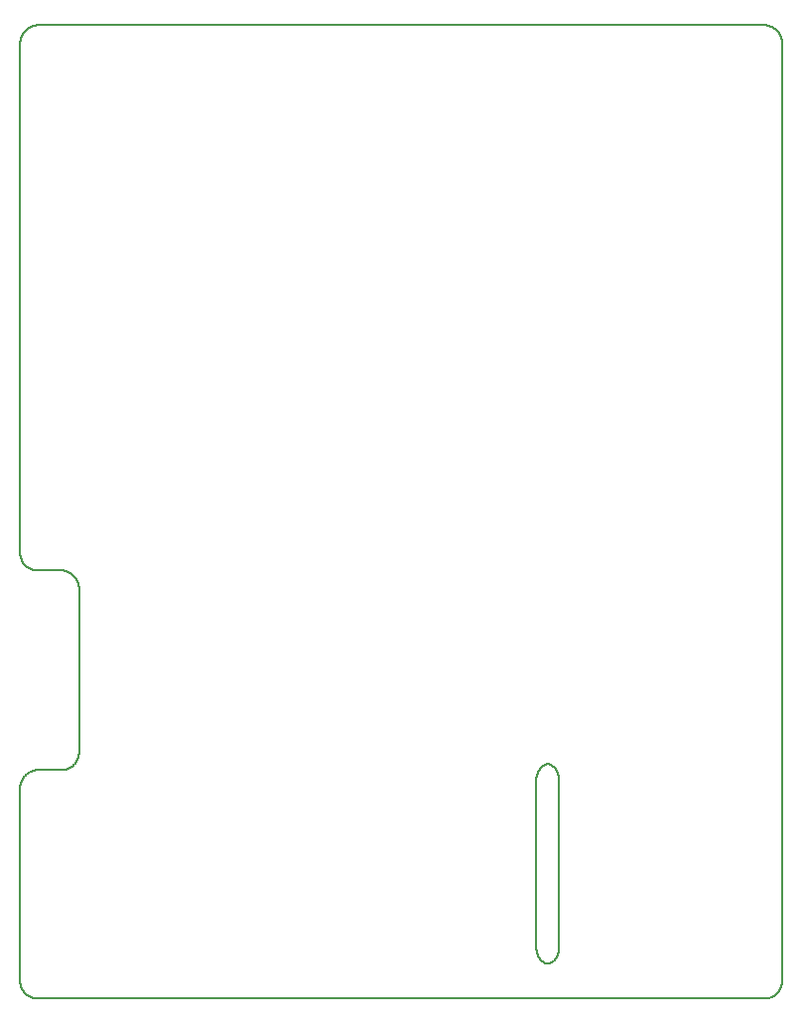
<source format=gm1>
G04 MADE WITH FRITZING*
G04 WWW.FRITZING.ORG*
G04 DOUBLE SIDED*
G04 HOLES PLATED*
G04 CONTOUR ON CENTER OF CONTOUR VECTOR*
%ASAXBY*%
%FSLAX23Y23*%
%MOIN*%
%OFA0B0*%
%SFA1.0B1.0*%
%ADD10C,0.008*%
%LNCONTOUR*%
G90*
G70*
G54D10*
X52Y3268D02*
X53Y3268D01*
X54Y3268D01*
X55Y3268D01*
X56Y3268D01*
X57Y3268D01*
X58Y3268D01*
X59Y3268D01*
X60Y3268D01*
X61Y3268D01*
X62Y3268D01*
X63Y3268D01*
X64Y3268D01*
X65Y3268D01*
X66Y3268D01*
X67Y3268D01*
X68Y3268D01*
X69Y3268D01*
X70Y3268D01*
X71Y3268D01*
X72Y3268D01*
X73Y3268D01*
X74Y3268D01*
X75Y3268D01*
X76Y3268D01*
X77Y3268D01*
X78Y3268D01*
X79Y3268D01*
X80Y3268D01*
X81Y3268D01*
X82Y3268D01*
X83Y3268D01*
X84Y3268D01*
X85Y3268D01*
X86Y3268D01*
X87Y3268D01*
X88Y3268D01*
X89Y3268D01*
X90Y3268D01*
X91Y3268D01*
X92Y3268D01*
X93Y3268D01*
X94Y3268D01*
X95Y3268D01*
X96Y3268D01*
X97Y3268D01*
X98Y3268D01*
X99Y3268D01*
X100Y3268D01*
X101Y3268D01*
X102Y3268D01*
X103Y3268D01*
X104Y3268D01*
X105Y3268D01*
X106Y3268D01*
X107Y3268D01*
X108Y3268D01*
X109Y3268D01*
X110Y3268D01*
X111Y3268D01*
X112Y3268D01*
X113Y3268D01*
X114Y3268D01*
X115Y3268D01*
X116Y3268D01*
X117Y3268D01*
X118Y3268D01*
X119Y3268D01*
X120Y3268D01*
X121Y3268D01*
X122Y3268D01*
X123Y3268D01*
X124Y3268D01*
X125Y3268D01*
X126Y3268D01*
X127Y3268D01*
X128Y3268D01*
X129Y3268D01*
X130Y3268D01*
X131Y3268D01*
X132Y3268D01*
X133Y3268D01*
X134Y3268D01*
X135Y3268D01*
X136Y3268D01*
X137Y3268D01*
X138Y3268D01*
X139Y3268D01*
X140Y3268D01*
X141Y3268D01*
X142Y3268D01*
X143Y3268D01*
X144Y3268D01*
X145Y3268D01*
X146Y3268D01*
X147Y3268D01*
X148Y3268D01*
X149Y3268D01*
X150Y3268D01*
X151Y3268D01*
X152Y3268D01*
X153Y3268D01*
X154Y3268D01*
X155Y3268D01*
X156Y3268D01*
X157Y3268D01*
X158Y3268D01*
X159Y3268D01*
X160Y3268D01*
X161Y3268D01*
X162Y3268D01*
X163Y3268D01*
X164Y3268D01*
X165Y3268D01*
X166Y3268D01*
X167Y3268D01*
X168Y3268D01*
X169Y3268D01*
X170Y3268D01*
X171Y3268D01*
X172Y3268D01*
X173Y3268D01*
X174Y3268D01*
X175Y3268D01*
X176Y3268D01*
X177Y3268D01*
X178Y3268D01*
X179Y3268D01*
X180Y3268D01*
X181Y3268D01*
X182Y3268D01*
X183Y3268D01*
X184Y3268D01*
X185Y3268D01*
X186Y3268D01*
X187Y3268D01*
X188Y3268D01*
X189Y3268D01*
X190Y3268D01*
X191Y3268D01*
X192Y3268D01*
X193Y3268D01*
X194Y3268D01*
X195Y3268D01*
X196Y3268D01*
X197Y3268D01*
X198Y3268D01*
X199Y3268D01*
X200Y3268D01*
X201Y3268D01*
X202Y3268D01*
X203Y3268D01*
X204Y3268D01*
X205Y3268D01*
X206Y3268D01*
X207Y3268D01*
X208Y3268D01*
X209Y3268D01*
X210Y3268D01*
X211Y3268D01*
X212Y3268D01*
X213Y3268D01*
X214Y3268D01*
X215Y3268D01*
X216Y3268D01*
X217Y3268D01*
X218Y3268D01*
X219Y3268D01*
X220Y3268D01*
X221Y3268D01*
X222Y3268D01*
X223Y3268D01*
X224Y3268D01*
X225Y3268D01*
X226Y3268D01*
X227Y3268D01*
X228Y3268D01*
X229Y3268D01*
X230Y3268D01*
X231Y3268D01*
X232Y3268D01*
X233Y3268D01*
X234Y3268D01*
X235Y3268D01*
X236Y3268D01*
X237Y3268D01*
X238Y3268D01*
X239Y3268D01*
X240Y3268D01*
X241Y3268D01*
X242Y3268D01*
X243Y3268D01*
X244Y3268D01*
X245Y3268D01*
X246Y3268D01*
X247Y3268D01*
X248Y3268D01*
X249Y3268D01*
X250Y3268D01*
X251Y3268D01*
X252Y3268D01*
X253Y3268D01*
X254Y3268D01*
X255Y3268D01*
X256Y3268D01*
X257Y3268D01*
X258Y3268D01*
X259Y3268D01*
X260Y3268D01*
X261Y3268D01*
X262Y3268D01*
X263Y3268D01*
X264Y3268D01*
X265Y3268D01*
X266Y3268D01*
X267Y3268D01*
X268Y3268D01*
X269Y3268D01*
X270Y3268D01*
X271Y3268D01*
X272Y3268D01*
X273Y3268D01*
X274Y3268D01*
X275Y3268D01*
X276Y3268D01*
X277Y3268D01*
X278Y3268D01*
X279Y3268D01*
X280Y3268D01*
X281Y3268D01*
X282Y3268D01*
X283Y3268D01*
X284Y3268D01*
X285Y3268D01*
X286Y3268D01*
X287Y3268D01*
X288Y3268D01*
X289Y3268D01*
X290Y3268D01*
X291Y3268D01*
X292Y3268D01*
X293Y3268D01*
X294Y3268D01*
X295Y3268D01*
X296Y3268D01*
X297Y3268D01*
X298Y3268D01*
X299Y3268D01*
X300Y3268D01*
X301Y3268D01*
X302Y3268D01*
X303Y3268D01*
X304Y3268D01*
X305Y3268D01*
X306Y3268D01*
X307Y3268D01*
X308Y3268D01*
X309Y3268D01*
X310Y3268D01*
X311Y3268D01*
X312Y3268D01*
X313Y3268D01*
X314Y3268D01*
X315Y3268D01*
X316Y3268D01*
X317Y3268D01*
X318Y3268D01*
X319Y3268D01*
X320Y3268D01*
X321Y3268D01*
X322Y3268D01*
X323Y3268D01*
X324Y3268D01*
X325Y3268D01*
X326Y3268D01*
X327Y3268D01*
X328Y3268D01*
X329Y3268D01*
X330Y3268D01*
X331Y3268D01*
X332Y3268D01*
X333Y3268D01*
X334Y3268D01*
X335Y3268D01*
X336Y3268D01*
X337Y3268D01*
X338Y3268D01*
X339Y3268D01*
X340Y3268D01*
X341Y3268D01*
X342Y3268D01*
X343Y3268D01*
X344Y3268D01*
X345Y3268D01*
X346Y3268D01*
X347Y3268D01*
X348Y3268D01*
X349Y3268D01*
X350Y3268D01*
X351Y3268D01*
X352Y3268D01*
X353Y3268D01*
X354Y3268D01*
X355Y3268D01*
X356Y3268D01*
X357Y3268D01*
X358Y3268D01*
X359Y3268D01*
X360Y3268D01*
X361Y3268D01*
X362Y3268D01*
X363Y3268D01*
X364Y3268D01*
X365Y3268D01*
X366Y3268D01*
X367Y3268D01*
X368Y3268D01*
X369Y3268D01*
X370Y3268D01*
X371Y3268D01*
X372Y3268D01*
X373Y3268D01*
X374Y3268D01*
X375Y3268D01*
X376Y3268D01*
X377Y3268D01*
X378Y3268D01*
X379Y3268D01*
X380Y3268D01*
X381Y3268D01*
X382Y3268D01*
X383Y3268D01*
X384Y3268D01*
X385Y3268D01*
X386Y3268D01*
X387Y3268D01*
X388Y3268D01*
X389Y3268D01*
X390Y3268D01*
X391Y3268D01*
X392Y3268D01*
X393Y3268D01*
X394Y3268D01*
X395Y3268D01*
X396Y3268D01*
X397Y3268D01*
X398Y3268D01*
X399Y3268D01*
X400Y3268D01*
X401Y3268D01*
X402Y3268D01*
X403Y3268D01*
X404Y3268D01*
X405Y3268D01*
X406Y3268D01*
X407Y3268D01*
X408Y3268D01*
X409Y3268D01*
X410Y3268D01*
X411Y3268D01*
X412Y3268D01*
X413Y3268D01*
X414Y3268D01*
X415Y3268D01*
X416Y3268D01*
X417Y3268D01*
X418Y3268D01*
X419Y3268D01*
X420Y3268D01*
X421Y3268D01*
X422Y3268D01*
X423Y3268D01*
X424Y3268D01*
X425Y3268D01*
X426Y3268D01*
X427Y3268D01*
X428Y3268D01*
X429Y3268D01*
X430Y3268D01*
X431Y3268D01*
X432Y3268D01*
X433Y3268D01*
X434Y3268D01*
X435Y3268D01*
X436Y3268D01*
X437Y3268D01*
X438Y3268D01*
X439Y3268D01*
X440Y3268D01*
X441Y3268D01*
X442Y3268D01*
X443Y3268D01*
X444Y3268D01*
X445Y3268D01*
X446Y3268D01*
X447Y3268D01*
X448Y3268D01*
X449Y3268D01*
X450Y3268D01*
X451Y3268D01*
X452Y3268D01*
X453Y3268D01*
X454Y3268D01*
X455Y3268D01*
X456Y3268D01*
X457Y3268D01*
X458Y3268D01*
X459Y3268D01*
X460Y3268D01*
X461Y3268D01*
X462Y3268D01*
X463Y3268D01*
X464Y3268D01*
X465Y3268D01*
X466Y3268D01*
X467Y3268D01*
X468Y3268D01*
X469Y3268D01*
X470Y3268D01*
X471Y3268D01*
X472Y3268D01*
X473Y3268D01*
X474Y3268D01*
X475Y3268D01*
X476Y3268D01*
X477Y3268D01*
X478Y3268D01*
X479Y3268D01*
X480Y3268D01*
X481Y3268D01*
X482Y3268D01*
X483Y3268D01*
X484Y3268D01*
X485Y3268D01*
X486Y3268D01*
X487Y3268D01*
X488Y3268D01*
X489Y3268D01*
X490Y3268D01*
X491Y3268D01*
X492Y3268D01*
X493Y3268D01*
X494Y3268D01*
X495Y3268D01*
X496Y3268D01*
X497Y3268D01*
X498Y3268D01*
X499Y3268D01*
X500Y3268D01*
X501Y3268D01*
X502Y3268D01*
X503Y3268D01*
X504Y3268D01*
X505Y3268D01*
X506Y3268D01*
X507Y3268D01*
X508Y3268D01*
X509Y3268D01*
X510Y3268D01*
X511Y3268D01*
X512Y3268D01*
X513Y3268D01*
X514Y3268D01*
X515Y3268D01*
X516Y3268D01*
X517Y3268D01*
X518Y3268D01*
X519Y3268D01*
X520Y3268D01*
X521Y3268D01*
X522Y3268D01*
X523Y3268D01*
X524Y3268D01*
X525Y3268D01*
X526Y3268D01*
X527Y3268D01*
X528Y3268D01*
X529Y3268D01*
X530Y3268D01*
X531Y3268D01*
X532Y3268D01*
X533Y3268D01*
X534Y3268D01*
X535Y3268D01*
X536Y3268D01*
X537Y3268D01*
X538Y3268D01*
X539Y3268D01*
X540Y3268D01*
X541Y3268D01*
X542Y3268D01*
X543Y3268D01*
X544Y3268D01*
X545Y3268D01*
X546Y3268D01*
X547Y3268D01*
X548Y3268D01*
X549Y3268D01*
X550Y3268D01*
X551Y3268D01*
X552Y3268D01*
X553Y3268D01*
X554Y3268D01*
X555Y3268D01*
X556Y3268D01*
X557Y3268D01*
X558Y3268D01*
X559Y3268D01*
X560Y3268D01*
X561Y3268D01*
X562Y3268D01*
X563Y3268D01*
X564Y3268D01*
X565Y3268D01*
X566Y3268D01*
X567Y3268D01*
X568Y3268D01*
X569Y3268D01*
X570Y3268D01*
X571Y3268D01*
X572Y3268D01*
X573Y3268D01*
X574Y3268D01*
X575Y3268D01*
X576Y3268D01*
X577Y3268D01*
X578Y3268D01*
X579Y3268D01*
X580Y3268D01*
X581Y3268D01*
X582Y3268D01*
X583Y3268D01*
X584Y3268D01*
X585Y3268D01*
X586Y3268D01*
X587Y3268D01*
X588Y3268D01*
X589Y3268D01*
X590Y3268D01*
X591Y3268D01*
X592Y3268D01*
X593Y3268D01*
X594Y3268D01*
X595Y3268D01*
X596Y3268D01*
X597Y3268D01*
X598Y3268D01*
X599Y3268D01*
X600Y3268D01*
X601Y3268D01*
X602Y3268D01*
X603Y3268D01*
X604Y3268D01*
X605Y3268D01*
X606Y3268D01*
X607Y3268D01*
X608Y3268D01*
X609Y3268D01*
X610Y3268D01*
X611Y3268D01*
X612Y3268D01*
X613Y3268D01*
X614Y3268D01*
X615Y3268D01*
X616Y3268D01*
X617Y3268D01*
X618Y3268D01*
X619Y3268D01*
X620Y3268D01*
X621Y3268D01*
X622Y3268D01*
X623Y3268D01*
X624Y3268D01*
X625Y3268D01*
X626Y3268D01*
X627Y3268D01*
X628Y3268D01*
X629Y3268D01*
X630Y3268D01*
X631Y3268D01*
X632Y3268D01*
X633Y3268D01*
X634Y3268D01*
X635Y3268D01*
X636Y3268D01*
X637Y3268D01*
X638Y3268D01*
X639Y3268D01*
X640Y3268D01*
X641Y3268D01*
X642Y3268D01*
X643Y3268D01*
X644Y3268D01*
X645Y3268D01*
X646Y3268D01*
X647Y3268D01*
X648Y3268D01*
X649Y3268D01*
X650Y3268D01*
X651Y3268D01*
X652Y3268D01*
X653Y3268D01*
X654Y3268D01*
X655Y3268D01*
X656Y3268D01*
X657Y3268D01*
X658Y3268D01*
X659Y3268D01*
X660Y3268D01*
X661Y3268D01*
X662Y3268D01*
X663Y3268D01*
X664Y3268D01*
X665Y3268D01*
X666Y3268D01*
X667Y3268D01*
X668Y3268D01*
X669Y3268D01*
X670Y3268D01*
X671Y3268D01*
X672Y3268D01*
X673Y3268D01*
X674Y3268D01*
X675Y3268D01*
X676Y3268D01*
X677Y3268D01*
X678Y3268D01*
X679Y3268D01*
X680Y3268D01*
X681Y3268D01*
X682Y3268D01*
X683Y3268D01*
X684Y3268D01*
X685Y3268D01*
X686Y3268D01*
X687Y3268D01*
X688Y3268D01*
X689Y3268D01*
X690Y3268D01*
X691Y3268D01*
X692Y3268D01*
X693Y3268D01*
X694Y3268D01*
X695Y3268D01*
X696Y3268D01*
X697Y3268D01*
X698Y3268D01*
X699Y3268D01*
X700Y3268D01*
X701Y3268D01*
X702Y3268D01*
X703Y3268D01*
X704Y3268D01*
X705Y3268D01*
X706Y3268D01*
X707Y3268D01*
X708Y3268D01*
X709Y3268D01*
X710Y3268D01*
X711Y3268D01*
X712Y3268D01*
X713Y3268D01*
X714Y3268D01*
X715Y3268D01*
X716Y3268D01*
X717Y3268D01*
X718Y3268D01*
X719Y3268D01*
X720Y3268D01*
X721Y3268D01*
X722Y3268D01*
X723Y3268D01*
X724Y3268D01*
X725Y3268D01*
X726Y3268D01*
X727Y3268D01*
X728Y3268D01*
X729Y3268D01*
X730Y3268D01*
X731Y3268D01*
X732Y3268D01*
X733Y3268D01*
X734Y3268D01*
X735Y3268D01*
X736Y3268D01*
X737Y3268D01*
X738Y3268D01*
X739Y3268D01*
X740Y3268D01*
X741Y3268D01*
X742Y3268D01*
X743Y3268D01*
X744Y3268D01*
X745Y3268D01*
X746Y3268D01*
X747Y3268D01*
X748Y3268D01*
X749Y3268D01*
X750Y3268D01*
X751Y3268D01*
X752Y3268D01*
X753Y3268D01*
X754Y3268D01*
X755Y3268D01*
X756Y3268D01*
X757Y3268D01*
X758Y3268D01*
X759Y3268D01*
X760Y3268D01*
X761Y3268D01*
X762Y3268D01*
X763Y3268D01*
X764Y3268D01*
X765Y3268D01*
X766Y3268D01*
X767Y3268D01*
X768Y3268D01*
X769Y3268D01*
X770Y3268D01*
X771Y3268D01*
X772Y3268D01*
X773Y3268D01*
X774Y3268D01*
X775Y3268D01*
X776Y3268D01*
X777Y3268D01*
X778Y3268D01*
X779Y3268D01*
X780Y3268D01*
X781Y3268D01*
X782Y3268D01*
X783Y3268D01*
X784Y3268D01*
X785Y3268D01*
X786Y3268D01*
X787Y3268D01*
X788Y3268D01*
X789Y3268D01*
X790Y3268D01*
X791Y3268D01*
X792Y3268D01*
X793Y3268D01*
X794Y3268D01*
X795Y3268D01*
X796Y3268D01*
X797Y3268D01*
X798Y3268D01*
X799Y3268D01*
X800Y3268D01*
X801Y3268D01*
X802Y3268D01*
X803Y3268D01*
X804Y3268D01*
X805Y3268D01*
X806Y3268D01*
X807Y3268D01*
X808Y3268D01*
X809Y3268D01*
X810Y3268D01*
X811Y3268D01*
X812Y3268D01*
X813Y3268D01*
X814Y3268D01*
X815Y3268D01*
X816Y3268D01*
X817Y3268D01*
X818Y3268D01*
X819Y3268D01*
X820Y3268D01*
X821Y3268D01*
X822Y3268D01*
X823Y3268D01*
X824Y3268D01*
X825Y3268D01*
X826Y3268D01*
X827Y3268D01*
X828Y3268D01*
X829Y3268D01*
X830Y3268D01*
X831Y3268D01*
X832Y3268D01*
X833Y3268D01*
X834Y3268D01*
X835Y3268D01*
X836Y3268D01*
X837Y3268D01*
X838Y3268D01*
X839Y3268D01*
X840Y3268D01*
X841Y3268D01*
X842Y3268D01*
X843Y3268D01*
X844Y3268D01*
X845Y3268D01*
X846Y3268D01*
X847Y3268D01*
X848Y3268D01*
X849Y3268D01*
X850Y3268D01*
X851Y3268D01*
X852Y3268D01*
X853Y3268D01*
X854Y3268D01*
X855Y3268D01*
X856Y3268D01*
X857Y3268D01*
X858Y3268D01*
X859Y3268D01*
X860Y3268D01*
X861Y3268D01*
X862Y3268D01*
X863Y3268D01*
X864Y3268D01*
X865Y3268D01*
X866Y3268D01*
X867Y3268D01*
X868Y3268D01*
X869Y3268D01*
X870Y3268D01*
X871Y3268D01*
X872Y3268D01*
X873Y3268D01*
X874Y3268D01*
X875Y3268D01*
X876Y3268D01*
X877Y3268D01*
X878Y3268D01*
X879Y3268D01*
X880Y3268D01*
X881Y3268D01*
X882Y3268D01*
X883Y3268D01*
X884Y3268D01*
X885Y3268D01*
X886Y3268D01*
X887Y3268D01*
X888Y3268D01*
X889Y3268D01*
X890Y3268D01*
X891Y3268D01*
X892Y3268D01*
X893Y3268D01*
X894Y3268D01*
X895Y3268D01*
X896Y3268D01*
X897Y3268D01*
X898Y3268D01*
X899Y3268D01*
X900Y3268D01*
X901Y3268D01*
X902Y3268D01*
X903Y3268D01*
X904Y3268D01*
X905Y3268D01*
X906Y3268D01*
X907Y3268D01*
X908Y3268D01*
X909Y3268D01*
X910Y3268D01*
X911Y3268D01*
X912Y3268D01*
X913Y3268D01*
X914Y3268D01*
X915Y3268D01*
X916Y3268D01*
X917Y3268D01*
X918Y3268D01*
X919Y3268D01*
X920Y3268D01*
X921Y3268D01*
X922Y3268D01*
X923Y3268D01*
X924Y3268D01*
X925Y3268D01*
X926Y3268D01*
X927Y3268D01*
X928Y3268D01*
X929Y3268D01*
X930Y3268D01*
X931Y3268D01*
X932Y3268D01*
X933Y3268D01*
X934Y3268D01*
X935Y3268D01*
X936Y3268D01*
X937Y3268D01*
X938Y3268D01*
X939Y3268D01*
X940Y3268D01*
X941Y3268D01*
X942Y3268D01*
X943Y3268D01*
X944Y3268D01*
X945Y3268D01*
X946Y3268D01*
X947Y3268D01*
X948Y3268D01*
X949Y3268D01*
X950Y3268D01*
X951Y3268D01*
X952Y3268D01*
X953Y3268D01*
X954Y3268D01*
X955Y3268D01*
X956Y3268D01*
X957Y3268D01*
X958Y3268D01*
X959Y3268D01*
X960Y3268D01*
X961Y3268D01*
X962Y3268D01*
X963Y3268D01*
X964Y3268D01*
X965Y3268D01*
X966Y3268D01*
X967Y3268D01*
X968Y3268D01*
X969Y3268D01*
X970Y3268D01*
X971Y3268D01*
X972Y3268D01*
X973Y3268D01*
X974Y3268D01*
X975Y3268D01*
X976Y3268D01*
X977Y3268D01*
X978Y3268D01*
X979Y3268D01*
X980Y3268D01*
X981Y3268D01*
X982Y3268D01*
X983Y3268D01*
X984Y3268D01*
X985Y3268D01*
X986Y3268D01*
X987Y3268D01*
X988Y3268D01*
X989Y3268D01*
X990Y3268D01*
X991Y3268D01*
X992Y3268D01*
X993Y3268D01*
X994Y3268D01*
X995Y3268D01*
X996Y3268D01*
X997Y3268D01*
X998Y3268D01*
X999Y3268D01*
X1000Y3268D01*
X1001Y3268D01*
X1002Y3268D01*
X1003Y3268D01*
X1004Y3268D01*
X1005Y3268D01*
X1006Y3268D01*
X1007Y3268D01*
X1008Y3268D01*
X1009Y3268D01*
X1010Y3268D01*
X1011Y3268D01*
X1012Y3268D01*
X1013Y3268D01*
X1014Y3268D01*
X1015Y3268D01*
X1016Y3268D01*
X1017Y3268D01*
X1018Y3268D01*
X1019Y3268D01*
X1020Y3268D01*
X1021Y3268D01*
X1022Y3268D01*
X1023Y3268D01*
X1024Y3268D01*
X1025Y3268D01*
X1026Y3268D01*
X1027Y3268D01*
X1028Y3268D01*
X1029Y3268D01*
X1030Y3268D01*
X1031Y3268D01*
X1032Y3268D01*
X1033Y3268D01*
X1034Y3268D01*
X1035Y3268D01*
X1036Y3268D01*
X1037Y3268D01*
X1038Y3268D01*
X1039Y3268D01*
X1040Y3268D01*
X1041Y3268D01*
X1042Y3268D01*
X1043Y3268D01*
X1044Y3268D01*
X1045Y3268D01*
X1046Y3268D01*
X1047Y3268D01*
X1048Y3268D01*
X1049Y3268D01*
X1050Y3268D01*
X1051Y3268D01*
X1052Y3268D01*
X1053Y3268D01*
X1054Y3268D01*
X1055Y3268D01*
X1056Y3268D01*
X1057Y3268D01*
X1058Y3268D01*
X1059Y3268D01*
X1060Y3268D01*
X1061Y3268D01*
X1062Y3268D01*
X1063Y3268D01*
X1064Y3268D01*
X1065Y3268D01*
X1066Y3268D01*
X1067Y3268D01*
X1068Y3268D01*
X1069Y3268D01*
X1070Y3268D01*
X1071Y3268D01*
X1072Y3268D01*
X1073Y3268D01*
X1074Y3268D01*
X1075Y3268D01*
X1076Y3268D01*
X1077Y3268D01*
X1078Y3268D01*
X1079Y3268D01*
X1080Y3268D01*
X1081Y3268D01*
X1082Y3268D01*
X1083Y3268D01*
X1084Y3268D01*
X1085Y3268D01*
X1086Y3268D01*
X1087Y3268D01*
X1088Y3268D01*
X1089Y3268D01*
X1090Y3268D01*
X1091Y3268D01*
X1092Y3268D01*
X1093Y3268D01*
X1094Y3268D01*
X1095Y3268D01*
X1096Y3268D01*
X1097Y3268D01*
X1098Y3268D01*
X1099Y3268D01*
X1100Y3268D01*
X1101Y3268D01*
X1102Y3268D01*
X1103Y3268D01*
X1104Y3268D01*
X1105Y3268D01*
X1106Y3268D01*
X1107Y3268D01*
X1108Y3268D01*
X1109Y3268D01*
X1110Y3268D01*
X1111Y3268D01*
X1112Y3268D01*
X1113Y3268D01*
X1114Y3268D01*
X1115Y3268D01*
X1116Y3268D01*
X1117Y3268D01*
X1118Y3268D01*
X1119Y3268D01*
X1120Y3268D01*
X1121Y3268D01*
X1122Y3268D01*
X1123Y3268D01*
X1124Y3268D01*
X1125Y3268D01*
X1126Y3268D01*
X1127Y3268D01*
X1128Y3268D01*
X1129Y3268D01*
X1130Y3268D01*
X1131Y3268D01*
X1132Y3268D01*
X1133Y3268D01*
X1134Y3268D01*
X1135Y3268D01*
X1136Y3268D01*
X1137Y3268D01*
X1138Y3268D01*
X1139Y3268D01*
X1140Y3268D01*
X1141Y3268D01*
X1142Y3268D01*
X1143Y3268D01*
X1144Y3268D01*
X1145Y3268D01*
X1146Y3268D01*
X1147Y3268D01*
X1148Y3268D01*
X1149Y3268D01*
X1150Y3268D01*
X1151Y3268D01*
X1152Y3268D01*
X1153Y3268D01*
X1154Y3268D01*
X1155Y3268D01*
X1156Y3268D01*
X1157Y3268D01*
X1158Y3268D01*
X1159Y3268D01*
X1160Y3268D01*
X1161Y3268D01*
X1162Y3268D01*
X1163Y3268D01*
X1164Y3268D01*
X1165Y3268D01*
X1166Y3268D01*
X1167Y3268D01*
X1168Y3268D01*
X1169Y3268D01*
X1170Y3268D01*
X1171Y3268D01*
X1172Y3268D01*
X1173Y3268D01*
X1174Y3268D01*
X1175Y3268D01*
X1176Y3268D01*
X1177Y3268D01*
X1178Y3268D01*
X1179Y3268D01*
X1180Y3268D01*
X1181Y3268D01*
X1182Y3268D01*
X1183Y3268D01*
X1184Y3268D01*
X1185Y3268D01*
X1186Y3268D01*
X1187Y3268D01*
X1188Y3268D01*
X1189Y3268D01*
X1190Y3268D01*
X1191Y3268D01*
X1192Y3268D01*
X1193Y3268D01*
X1194Y3268D01*
X1195Y3268D01*
X1196Y3268D01*
X1197Y3268D01*
X1198Y3268D01*
X1199Y3268D01*
X1200Y3268D01*
X1201Y3268D01*
X1202Y3268D01*
X1203Y3268D01*
X1204Y3268D01*
X1205Y3268D01*
X1206Y3268D01*
X1207Y3268D01*
X1208Y3268D01*
X1209Y3268D01*
X1210Y3268D01*
X1211Y3268D01*
X1212Y3268D01*
X1213Y3268D01*
X1214Y3268D01*
X1215Y3268D01*
X1216Y3268D01*
X1217Y3268D01*
X1218Y3268D01*
X1219Y3268D01*
X1220Y3268D01*
X1221Y3268D01*
X1222Y3268D01*
X1223Y3268D01*
X1224Y3268D01*
X1225Y3268D01*
X1226Y3268D01*
X1227Y3268D01*
X1228Y3268D01*
X1229Y3268D01*
X1230Y3268D01*
X1231Y3268D01*
X1232Y3268D01*
X1233Y3268D01*
X1234Y3268D01*
X1235Y3268D01*
X1236Y3268D01*
X1237Y3268D01*
X1238Y3268D01*
X1239Y3268D01*
X1240Y3268D01*
X1241Y3268D01*
X1242Y3268D01*
X1243Y3268D01*
X1244Y3268D01*
X1245Y3268D01*
X1246Y3268D01*
X1247Y3268D01*
X1248Y3268D01*
X1249Y3268D01*
X1250Y3268D01*
X1251Y3268D01*
X1252Y3268D01*
X1253Y3268D01*
X1254Y3268D01*
X1255Y3268D01*
X1256Y3268D01*
X1257Y3268D01*
X1258Y3268D01*
X1259Y3268D01*
X1260Y3268D01*
X1261Y3268D01*
X1262Y3268D01*
X1263Y3268D01*
X1264Y3268D01*
X1265Y3268D01*
X1266Y3268D01*
X1267Y3268D01*
X1268Y3268D01*
X1269Y3268D01*
X1270Y3268D01*
X1271Y3268D01*
X1272Y3268D01*
X1273Y3268D01*
X1274Y3268D01*
X1275Y3268D01*
X1276Y3268D01*
X1277Y3268D01*
X1278Y3268D01*
X1279Y3268D01*
X1280Y3268D01*
X1281Y3268D01*
X1282Y3268D01*
X1283Y3268D01*
X1284Y3268D01*
X1285Y3268D01*
X1286Y3268D01*
X1287Y3268D01*
X1288Y3268D01*
X1289Y3268D01*
X1290Y3268D01*
X1291Y3268D01*
X1292Y3268D01*
X1293Y3268D01*
X1294Y3268D01*
X1295Y3268D01*
X1296Y3268D01*
X1297Y3268D01*
X1298Y3268D01*
X1299Y3268D01*
X1300Y3268D01*
X1301Y3268D01*
X1302Y3268D01*
X1303Y3268D01*
X1304Y3268D01*
X1305Y3268D01*
X1306Y3268D01*
X1307Y3268D01*
X1308Y3268D01*
X1309Y3268D01*
X1310Y3268D01*
X1311Y3268D01*
X1312Y3268D01*
X1313Y3268D01*
X1314Y3268D01*
X1315Y3268D01*
X1316Y3268D01*
X1317Y3268D01*
X1318Y3268D01*
X1319Y3268D01*
X1320Y3268D01*
X1321Y3268D01*
X1322Y3268D01*
X1323Y3268D01*
X1324Y3268D01*
X1325Y3268D01*
X1326Y3268D01*
X1327Y3268D01*
X1328Y3268D01*
X1329Y3268D01*
X1330Y3268D01*
X1331Y3268D01*
X1332Y3268D01*
X1333Y3268D01*
X1334Y3268D01*
X1335Y3268D01*
X1336Y3268D01*
X1337Y3268D01*
X1338Y3268D01*
X1339Y3268D01*
X1340Y3268D01*
X1341Y3268D01*
X1342Y3268D01*
X1343Y3268D01*
X1344Y3268D01*
X1345Y3268D01*
X1346Y3268D01*
X1347Y3268D01*
X1348Y3268D01*
X1349Y3268D01*
X1350Y3268D01*
X1351Y3268D01*
X1352Y3268D01*
X1353Y3268D01*
X1354Y3268D01*
X1355Y3268D01*
X1356Y3268D01*
X1357Y3268D01*
X1358Y3268D01*
X1359Y3268D01*
X1360Y3268D01*
X1361Y3268D01*
X1362Y3268D01*
X1363Y3268D01*
X1364Y3268D01*
X1365Y3268D01*
X1366Y3268D01*
X1367Y3268D01*
X1368Y3268D01*
X1369Y3268D01*
X1370Y3268D01*
X1371Y3268D01*
X1372Y3268D01*
X1373Y3268D01*
X1374Y3268D01*
X1375Y3268D01*
X1376Y3268D01*
X1377Y3268D01*
X1378Y3268D01*
X1379Y3268D01*
X1380Y3268D01*
X1381Y3268D01*
X1382Y3268D01*
X1383Y3268D01*
X1384Y3268D01*
X1385Y3268D01*
X1386Y3268D01*
X1387Y3268D01*
X1388Y3268D01*
X1389Y3268D01*
X1390Y3268D01*
X1391Y3268D01*
X1392Y3268D01*
X1393Y3268D01*
X1394Y3268D01*
X1395Y3268D01*
X1396Y3268D01*
X1397Y3268D01*
X1398Y3268D01*
X1399Y3268D01*
X1400Y3268D01*
X1401Y3268D01*
X1402Y3268D01*
X1403Y3268D01*
X1404Y3268D01*
X1405Y3268D01*
X1406Y3268D01*
X1407Y3268D01*
X1408Y3268D01*
X1409Y3268D01*
X1410Y3268D01*
X1411Y3268D01*
X1412Y3268D01*
X1413Y3268D01*
X1414Y3268D01*
X1415Y3268D01*
X1416Y3268D01*
X1417Y3268D01*
X1418Y3268D01*
X1419Y3268D01*
X1420Y3268D01*
X1421Y3268D01*
X1422Y3268D01*
X1423Y3268D01*
X1424Y3268D01*
X1425Y3268D01*
X1426Y3268D01*
X1427Y3268D01*
X1428Y3268D01*
X1429Y3268D01*
X1430Y3268D01*
X1431Y3268D01*
X1432Y3268D01*
X1433Y3268D01*
X1434Y3268D01*
X1435Y3268D01*
X1436Y3268D01*
X1437Y3268D01*
X1438Y3268D01*
X1439Y3268D01*
X1440Y3268D01*
X1441Y3268D01*
X1442Y3268D01*
X1443Y3268D01*
X1444Y3268D01*
X1445Y3268D01*
X1446Y3268D01*
X1447Y3268D01*
X1448Y3268D01*
X1449Y3268D01*
X1450Y3268D01*
X1451Y3268D01*
X1452Y3268D01*
X1453Y3268D01*
X1454Y3268D01*
X1455Y3268D01*
X1456Y3268D01*
X1457Y3268D01*
X1458Y3268D01*
X1459Y3268D01*
X1460Y3268D01*
X1461Y3268D01*
X1462Y3268D01*
X1463Y3268D01*
X1464Y3268D01*
X1465Y3268D01*
X1466Y3268D01*
X1467Y3268D01*
X1468Y3268D01*
X1469Y3268D01*
X1470Y3268D01*
X1471Y3268D01*
X1472Y3268D01*
X1473Y3268D01*
X1474Y3268D01*
X1475Y3268D01*
X1476Y3268D01*
X1477Y3268D01*
X1478Y3268D01*
X1479Y3268D01*
X1480Y3268D01*
X1481Y3268D01*
X1482Y3268D01*
X1483Y3268D01*
X1484Y3268D01*
X1485Y3268D01*
X1486Y3268D01*
X1487Y3268D01*
X1488Y3268D01*
X1489Y3268D01*
X1490Y3268D01*
X1491Y3268D01*
X1492Y3268D01*
X1493Y3268D01*
X1494Y3268D01*
X1495Y3268D01*
X1496Y3268D01*
X1497Y3268D01*
X1498Y3268D01*
X1499Y3268D01*
X1500Y3268D01*
X1501Y3268D01*
X1502Y3268D01*
X1503Y3268D01*
X1504Y3268D01*
X1505Y3268D01*
X1506Y3268D01*
X1507Y3268D01*
X1508Y3268D01*
X1509Y3268D01*
X1510Y3268D01*
X1511Y3268D01*
X1512Y3268D01*
X1513Y3268D01*
X1514Y3268D01*
X1515Y3268D01*
X1516Y3268D01*
X1517Y3268D01*
X1518Y3268D01*
X1519Y3268D01*
X1520Y3268D01*
X1521Y3268D01*
X1522Y3268D01*
X1523Y3268D01*
X1524Y3268D01*
X1525Y3268D01*
X1526Y3268D01*
X1527Y3268D01*
X1528Y3268D01*
X1529Y3268D01*
X1530Y3268D01*
X1531Y3268D01*
X1532Y3268D01*
X1533Y3268D01*
X1534Y3268D01*
X1535Y3268D01*
X1536Y3268D01*
X1537Y3268D01*
X1538Y3268D01*
X1539Y3268D01*
X1540Y3268D01*
X1541Y3268D01*
X1542Y3268D01*
X1543Y3268D01*
X1544Y3268D01*
X1545Y3268D01*
X1546Y3268D01*
X1547Y3268D01*
X1548Y3268D01*
X1549Y3268D01*
X1550Y3268D01*
X1551Y3268D01*
X1552Y3268D01*
X1553Y3268D01*
X1554Y3268D01*
X1555Y3268D01*
X1556Y3268D01*
X1557Y3268D01*
X1558Y3268D01*
X1559Y3268D01*
X1560Y3268D01*
X1561Y3268D01*
X1562Y3268D01*
X1563Y3268D01*
X1564Y3268D01*
X1565Y3268D01*
X1566Y3268D01*
X1567Y3268D01*
X1568Y3268D01*
X1569Y3268D01*
X1570Y3268D01*
X1571Y3268D01*
X1572Y3268D01*
X1573Y3268D01*
X1574Y3268D01*
X1575Y3268D01*
X1576Y3268D01*
X1577Y3268D01*
X1578Y3268D01*
X1579Y3268D01*
X1580Y3268D01*
X1581Y3268D01*
X1582Y3268D01*
X1583Y3268D01*
X1584Y3268D01*
X1585Y3268D01*
X1586Y3268D01*
X1587Y3268D01*
X1588Y3268D01*
X1589Y3268D01*
X1590Y3268D01*
X1591Y3268D01*
X1592Y3268D01*
X1593Y3268D01*
X1594Y3268D01*
X1595Y3268D01*
X1596Y3268D01*
X1597Y3268D01*
X1598Y3268D01*
X1599Y3268D01*
X1600Y3268D01*
X1601Y3268D01*
X1602Y3268D01*
X1603Y3268D01*
X1604Y3268D01*
X1605Y3268D01*
X1606Y3268D01*
X1607Y3268D01*
X1608Y3268D01*
X1609Y3268D01*
X1610Y3268D01*
X1611Y3268D01*
X1612Y3268D01*
X1613Y3268D01*
X1614Y3268D01*
X1615Y3268D01*
X1616Y3268D01*
X1617Y3268D01*
X1618Y3268D01*
X1619Y3268D01*
X1620Y3268D01*
X1621Y3268D01*
X1622Y3268D01*
X1623Y3268D01*
X1624Y3268D01*
X1625Y3268D01*
X1626Y3268D01*
X1627Y3268D01*
X1628Y3268D01*
X1629Y3268D01*
X1630Y3268D01*
X1631Y3268D01*
X1632Y3268D01*
X1633Y3268D01*
X1634Y3268D01*
X1635Y3268D01*
X1636Y3268D01*
X1637Y3268D01*
X1638Y3268D01*
X1639Y3268D01*
X1640Y3268D01*
X1641Y3268D01*
X1642Y3268D01*
X1643Y3268D01*
X1644Y3268D01*
X1645Y3268D01*
X1646Y3268D01*
X1647Y3268D01*
X1648Y3268D01*
X1649Y3268D01*
X1650Y3268D01*
X1651Y3268D01*
X1652Y3268D01*
X1653Y3268D01*
X1654Y3268D01*
X1655Y3268D01*
X1656Y3268D01*
X1657Y3268D01*
X1658Y3268D01*
X1659Y3268D01*
X1660Y3268D01*
X1661Y3268D01*
X1662Y3268D01*
X1663Y3268D01*
X1664Y3268D01*
X1665Y3268D01*
X1666Y3268D01*
X1667Y3268D01*
X1668Y3268D01*
X1669Y3268D01*
X1670Y3268D01*
X1671Y3268D01*
X1672Y3268D01*
X1673Y3268D01*
X1674Y3268D01*
X1675Y3268D01*
X1676Y3268D01*
X1677Y3268D01*
X1678Y3268D01*
X1679Y3268D01*
X1680Y3268D01*
X1681Y3268D01*
X1682Y3268D01*
X1683Y3268D01*
X1684Y3268D01*
X1685Y3268D01*
X1686Y3268D01*
X1687Y3268D01*
X1688Y3268D01*
X1689Y3268D01*
X1690Y3268D01*
X1691Y3268D01*
X1692Y3268D01*
X1693Y3268D01*
X1694Y3268D01*
X1695Y3268D01*
X1696Y3268D01*
X1697Y3268D01*
X1698Y3268D01*
X1699Y3268D01*
X1700Y3268D01*
X1701Y3268D01*
X1702Y3268D01*
X1703Y3268D01*
X1704Y3268D01*
X1705Y3268D01*
X1706Y3268D01*
X1707Y3268D01*
X1708Y3268D01*
X1709Y3268D01*
X1710Y3268D01*
X1711Y3268D01*
X1712Y3268D01*
X1713Y3268D01*
X1714Y3268D01*
X1715Y3268D01*
X1716Y3268D01*
X1717Y3268D01*
X1718Y3268D01*
X1719Y3268D01*
X1720Y3268D01*
X1721Y3268D01*
X1722Y3268D01*
X1723Y3268D01*
X1724Y3268D01*
X1725Y3268D01*
X1726Y3268D01*
X1727Y3268D01*
X1728Y3268D01*
X1729Y3268D01*
X1730Y3268D01*
X1731Y3268D01*
X1732Y3268D01*
X1733Y3268D01*
X1734Y3268D01*
X1735Y3268D01*
X1736Y3268D01*
X1737Y3268D01*
X1738Y3268D01*
X1739Y3268D01*
X1740Y3268D01*
X1741Y3268D01*
X1742Y3268D01*
X1743Y3268D01*
X1744Y3268D01*
X1745Y3268D01*
X1746Y3268D01*
X1747Y3268D01*
X1748Y3268D01*
X1749Y3268D01*
X1750Y3268D01*
X1751Y3268D01*
X1752Y3268D01*
X1753Y3268D01*
X1754Y3268D01*
X1755Y3268D01*
X1756Y3268D01*
X1757Y3268D01*
X1758Y3268D01*
X1759Y3268D01*
X1760Y3268D01*
X1761Y3268D01*
X1762Y3268D01*
X1763Y3268D01*
X1764Y3268D01*
X1765Y3268D01*
X1766Y3268D01*
X1767Y3268D01*
X1768Y3268D01*
X1769Y3268D01*
X1770Y3268D01*
X1771Y3268D01*
X1772Y3268D01*
X1773Y3268D01*
X1774Y3268D01*
X1775Y3268D01*
X1776Y3268D01*
X1777Y3268D01*
X1778Y3268D01*
X1779Y3268D01*
X1780Y3268D01*
X1781Y3268D01*
X1782Y3268D01*
X1783Y3268D01*
X1784Y3268D01*
X1785Y3268D01*
X1786Y3268D01*
X1787Y3268D01*
X1788Y3268D01*
X1789Y3268D01*
X1790Y3268D01*
X1791Y3268D01*
X1792Y3268D01*
X1793Y3268D01*
X1794Y3268D01*
X1795Y3268D01*
X1796Y3268D01*
X1797Y3268D01*
X1798Y3268D01*
X1799Y3268D01*
X1800Y3268D01*
X1801Y3268D01*
X1802Y3268D01*
X1803Y3268D01*
X1804Y3268D01*
X1805Y3268D01*
X1806Y3268D01*
X1807Y3268D01*
X1808Y3268D01*
X1809Y3268D01*
X1810Y3268D01*
X1811Y3268D01*
X1812Y3268D01*
X1813Y3268D01*
X1814Y3268D01*
X1815Y3268D01*
X1816Y3268D01*
X1817Y3268D01*
X1818Y3268D01*
X1819Y3268D01*
X1820Y3268D01*
X1821Y3268D01*
X1822Y3268D01*
X1823Y3268D01*
X1824Y3268D01*
X1825Y3268D01*
X1826Y3268D01*
X1827Y3268D01*
X1828Y3268D01*
X1829Y3268D01*
X1830Y3268D01*
X1831Y3268D01*
X1832Y3268D01*
X1833Y3268D01*
X1834Y3268D01*
X1835Y3268D01*
X1836Y3268D01*
X1837Y3268D01*
X1838Y3268D01*
X1839Y3268D01*
X1840Y3268D01*
X1841Y3268D01*
X1842Y3268D01*
X1843Y3268D01*
X1844Y3268D01*
X1845Y3268D01*
X1846Y3268D01*
X1847Y3268D01*
X1848Y3268D01*
X1849Y3268D01*
X1850Y3268D01*
X1851Y3268D01*
X1852Y3268D01*
X1853Y3268D01*
X1854Y3268D01*
X1855Y3268D01*
X1856Y3268D01*
X1857Y3268D01*
X1858Y3268D01*
X1859Y3268D01*
X1860Y3268D01*
X1861Y3268D01*
X1862Y3268D01*
X1863Y3268D01*
X1864Y3268D01*
X1865Y3268D01*
X1866Y3268D01*
X1867Y3268D01*
X1868Y3268D01*
X1869Y3268D01*
X1870Y3268D01*
X1871Y3268D01*
X1872Y3268D01*
X1873Y3268D01*
X1874Y3268D01*
X1875Y3268D01*
X1876Y3268D01*
X1877Y3268D01*
X1878Y3268D01*
X1879Y3268D01*
X1880Y3268D01*
X1881Y3268D01*
X1882Y3268D01*
X1883Y3268D01*
X1884Y3268D01*
X1885Y3268D01*
X1886Y3268D01*
X1887Y3268D01*
X1888Y3268D01*
X1889Y3268D01*
X1890Y3268D01*
X1891Y3268D01*
X1892Y3268D01*
X1893Y3268D01*
X1894Y3268D01*
X1895Y3268D01*
X1896Y3268D01*
X1897Y3268D01*
X1898Y3268D01*
X1899Y3268D01*
X1900Y3268D01*
X1901Y3268D01*
X1902Y3268D01*
X1903Y3268D01*
X1904Y3268D01*
X1905Y3268D01*
X1906Y3268D01*
X1907Y3268D01*
X1908Y3268D01*
X1909Y3268D01*
X1910Y3268D01*
X1911Y3268D01*
X1912Y3268D01*
X1913Y3268D01*
X1914Y3268D01*
X1915Y3268D01*
X1916Y3268D01*
X1917Y3268D01*
X1918Y3268D01*
X1919Y3268D01*
X1920Y3268D01*
X1921Y3268D01*
X1922Y3268D01*
X1923Y3268D01*
X1924Y3268D01*
X1925Y3268D01*
X1926Y3268D01*
X1927Y3268D01*
X1928Y3268D01*
X1929Y3268D01*
X1930Y3268D01*
X1931Y3268D01*
X1932Y3268D01*
X1933Y3268D01*
X1934Y3268D01*
X1935Y3268D01*
X1936Y3268D01*
X1937Y3268D01*
X1938Y3268D01*
X1939Y3268D01*
X1940Y3268D01*
X1941Y3268D01*
X1942Y3268D01*
X1943Y3268D01*
X1944Y3268D01*
X1945Y3268D01*
X1946Y3268D01*
X1947Y3268D01*
X1948Y3268D01*
X1949Y3268D01*
X1950Y3268D01*
X1951Y3268D01*
X1952Y3268D01*
X1953Y3268D01*
X1954Y3268D01*
X1955Y3268D01*
X1956Y3268D01*
X1957Y3268D01*
X1958Y3268D01*
X1959Y3268D01*
X1960Y3268D01*
X1961Y3268D01*
X1962Y3268D01*
X1963Y3268D01*
X1964Y3268D01*
X1965Y3268D01*
X1966Y3268D01*
X1967Y3268D01*
X1968Y3268D01*
X1969Y3268D01*
X1970Y3268D01*
X1971Y3268D01*
X1972Y3268D01*
X1973Y3268D01*
X1974Y3268D01*
X1975Y3268D01*
X1976Y3268D01*
X1977Y3268D01*
X1978Y3268D01*
X1979Y3268D01*
X1980Y3268D01*
X1981Y3268D01*
X1982Y3268D01*
X1983Y3268D01*
X1984Y3268D01*
X1985Y3268D01*
X1986Y3268D01*
X1987Y3268D01*
X1988Y3268D01*
X1989Y3268D01*
X1990Y3268D01*
X1991Y3268D01*
X1992Y3268D01*
X1993Y3268D01*
X1994Y3268D01*
X1995Y3268D01*
X1996Y3268D01*
X1997Y3268D01*
X1998Y3268D01*
X1999Y3268D01*
X2000Y3268D01*
X2001Y3268D01*
X2002Y3268D01*
X2003Y3268D01*
X2004Y3268D01*
X2005Y3268D01*
X2006Y3268D01*
X2007Y3268D01*
X2008Y3268D01*
X2009Y3268D01*
X2010Y3268D01*
X2011Y3268D01*
X2012Y3268D01*
X2013Y3268D01*
X2014Y3268D01*
X2015Y3268D01*
X2016Y3268D01*
X2017Y3268D01*
X2018Y3268D01*
X2019Y3268D01*
X2020Y3268D01*
X2021Y3268D01*
X2022Y3268D01*
X2023Y3268D01*
X2024Y3268D01*
X2025Y3268D01*
X2026Y3268D01*
X2027Y3268D01*
X2028Y3268D01*
X2029Y3268D01*
X2030Y3268D01*
X2031Y3268D01*
X2032Y3268D01*
X2033Y3268D01*
X2034Y3268D01*
X2035Y3268D01*
X2036Y3268D01*
X2037Y3268D01*
X2038Y3268D01*
X2039Y3268D01*
X2040Y3268D01*
X2041Y3268D01*
X2042Y3268D01*
X2043Y3268D01*
X2044Y3268D01*
X2045Y3268D01*
X2046Y3268D01*
X2047Y3268D01*
X2048Y3268D01*
X2049Y3268D01*
X2050Y3268D01*
X2051Y3268D01*
X2052Y3268D01*
X2053Y3268D01*
X2054Y3268D01*
X2055Y3268D01*
X2056Y3268D01*
X2057Y3268D01*
X2058Y3268D01*
X2059Y3268D01*
X2060Y3268D01*
X2061Y3268D01*
X2062Y3268D01*
X2063Y3268D01*
X2064Y3268D01*
X2065Y3268D01*
X2066Y3268D01*
X2067Y3268D01*
X2068Y3268D01*
X2069Y3268D01*
X2070Y3268D01*
X2071Y3268D01*
X2072Y3268D01*
X2073Y3268D01*
X2074Y3268D01*
X2075Y3268D01*
X2076Y3268D01*
X2077Y3268D01*
X2078Y3268D01*
X2079Y3268D01*
X2080Y3268D01*
X2081Y3268D01*
X2082Y3268D01*
X2083Y3268D01*
X2084Y3268D01*
X2085Y3268D01*
X2086Y3268D01*
X2087Y3268D01*
X2088Y3268D01*
X2089Y3268D01*
X2090Y3268D01*
X2091Y3268D01*
X2092Y3268D01*
X2093Y3268D01*
X2094Y3268D01*
X2095Y3268D01*
X2096Y3268D01*
X2097Y3268D01*
X2098Y3268D01*
X2099Y3268D01*
X2100Y3268D01*
X2101Y3268D01*
X2102Y3268D01*
X2103Y3268D01*
X2104Y3268D01*
X2105Y3268D01*
X2106Y3268D01*
X2107Y3268D01*
X2108Y3268D01*
X2109Y3268D01*
X2110Y3268D01*
X2111Y3268D01*
X2112Y3268D01*
X2113Y3268D01*
X2114Y3268D01*
X2115Y3268D01*
X2116Y3268D01*
X2117Y3268D01*
X2118Y3268D01*
X2119Y3268D01*
X2120Y3268D01*
X2121Y3268D01*
X2122Y3268D01*
X2123Y3268D01*
X2124Y3268D01*
X2125Y3268D01*
X2126Y3268D01*
X2127Y3268D01*
X2128Y3268D01*
X2129Y3268D01*
X2130Y3268D01*
X2131Y3268D01*
X2132Y3268D01*
X2133Y3268D01*
X2134Y3268D01*
X2135Y3268D01*
X2136Y3268D01*
X2137Y3268D01*
X2138Y3268D01*
X2139Y3268D01*
X2140Y3268D01*
X2141Y3268D01*
X2142Y3268D01*
X2143Y3268D01*
X2144Y3268D01*
X2145Y3268D01*
X2146Y3268D01*
X2147Y3268D01*
X2148Y3268D01*
X2149Y3268D01*
X2150Y3268D01*
X2151Y3268D01*
X2152Y3268D01*
X2153Y3268D01*
X2154Y3268D01*
X2155Y3268D01*
X2156Y3268D01*
X2157Y3268D01*
X2158Y3268D01*
X2159Y3268D01*
X2160Y3268D01*
X2161Y3268D01*
X2162Y3268D01*
X2163Y3268D01*
X2164Y3268D01*
X2165Y3268D01*
X2166Y3268D01*
X2167Y3268D01*
X2168Y3268D01*
X2169Y3268D01*
X2170Y3268D01*
X2171Y3268D01*
X2172Y3268D01*
X2173Y3268D01*
X2174Y3268D01*
X2175Y3268D01*
X2176Y3268D01*
X2177Y3268D01*
X2178Y3268D01*
X2179Y3268D01*
X2180Y3268D01*
X2181Y3268D01*
X2182Y3268D01*
X2183Y3268D01*
X2184Y3268D01*
X2185Y3268D01*
X2186Y3268D01*
X2187Y3268D01*
X2188Y3268D01*
X2189Y3268D01*
X2190Y3268D01*
X2191Y3268D01*
X2192Y3268D01*
X2193Y3268D01*
X2194Y3268D01*
X2195Y3268D01*
X2196Y3268D01*
X2197Y3268D01*
X2198Y3268D01*
X2199Y3268D01*
X2200Y3268D01*
X2201Y3268D01*
X2202Y3268D01*
X2203Y3268D01*
X2204Y3268D01*
X2205Y3268D01*
X2206Y3268D01*
X2207Y3268D01*
X2208Y3268D01*
X2209Y3268D01*
X2210Y3268D01*
X2211Y3268D01*
X2212Y3268D01*
X2213Y3268D01*
X2214Y3268D01*
X2215Y3268D01*
X2216Y3268D01*
X2217Y3268D01*
X2218Y3268D01*
X2219Y3268D01*
X2220Y3268D01*
X2221Y3268D01*
X2222Y3268D01*
X2223Y3268D01*
X2224Y3268D01*
X2225Y3268D01*
X2226Y3268D01*
X2227Y3268D01*
X2228Y3268D01*
X2229Y3268D01*
X2230Y3268D01*
X2231Y3268D01*
X2232Y3268D01*
X2233Y3268D01*
X2234Y3268D01*
X2235Y3268D01*
X2236Y3268D01*
X2237Y3268D01*
X2238Y3268D01*
X2239Y3268D01*
X2240Y3268D01*
X2241Y3268D01*
X2242Y3268D01*
X2243Y3268D01*
X2244Y3268D01*
X2245Y3268D01*
X2246Y3268D01*
X2247Y3268D01*
X2248Y3268D01*
X2249Y3268D01*
X2250Y3268D01*
X2251Y3268D01*
X2252Y3268D01*
X2253Y3268D01*
X2254Y3268D01*
X2255Y3268D01*
X2256Y3268D01*
X2257Y3268D01*
X2258Y3268D01*
X2259Y3268D01*
X2260Y3268D01*
X2261Y3268D01*
X2262Y3268D01*
X2263Y3268D01*
X2264Y3268D01*
X2265Y3268D01*
X2266Y3268D01*
X2267Y3268D01*
X2268Y3268D01*
X2269Y3268D01*
X2270Y3268D01*
X2271Y3268D01*
X2272Y3268D01*
X2273Y3268D01*
X2274Y3268D01*
X2275Y3268D01*
X2276Y3268D01*
X2277Y3268D01*
X2278Y3268D01*
X2279Y3268D01*
X2280Y3268D01*
X2281Y3268D01*
X2282Y3268D01*
X2283Y3268D01*
X2284Y3268D01*
X2285Y3268D01*
X2286Y3268D01*
X2287Y3268D01*
X2288Y3268D01*
X2289Y3268D01*
X2290Y3268D01*
X2291Y3268D01*
X2292Y3268D01*
X2293Y3268D01*
X2294Y3268D01*
X2295Y3268D01*
X2296Y3268D01*
X2297Y3268D01*
X2298Y3268D01*
X2299Y3268D01*
X2300Y3268D01*
X2301Y3268D01*
X2302Y3268D01*
X2303Y3268D01*
X2304Y3268D01*
X2305Y3268D01*
X2306Y3268D01*
X2307Y3268D01*
X2308Y3268D01*
X2309Y3268D01*
X2310Y3268D01*
X2311Y3268D01*
X2312Y3268D01*
X2313Y3268D01*
X2314Y3268D01*
X2315Y3268D01*
X2316Y3268D01*
X2317Y3268D01*
X2318Y3268D01*
X2319Y3268D01*
X2320Y3268D01*
X2321Y3268D01*
X2322Y3268D01*
X2323Y3268D01*
X2324Y3268D01*
X2325Y3268D01*
X2326Y3268D01*
X2327Y3268D01*
X2328Y3268D01*
X2329Y3268D01*
X2330Y3268D01*
X2331Y3268D01*
X2332Y3268D01*
X2333Y3268D01*
X2334Y3268D01*
X2335Y3268D01*
X2336Y3268D01*
X2337Y3268D01*
X2338Y3268D01*
X2339Y3268D01*
X2340Y3268D01*
X2341Y3268D01*
X2342Y3268D01*
X2343Y3268D01*
X2344Y3268D01*
X2345Y3268D01*
X2346Y3268D01*
X2347Y3268D01*
X2348Y3268D01*
X2349Y3268D01*
X2350Y3268D01*
X2351Y3268D01*
X2352Y3268D01*
X2353Y3268D01*
X2354Y3268D01*
X2355Y3268D01*
X2356Y3268D01*
X2357Y3268D01*
X2358Y3268D01*
X2359Y3268D01*
X2360Y3268D01*
X2361Y3268D01*
X2362Y3268D01*
X2363Y3268D01*
X2364Y3268D01*
X2365Y3268D01*
X2366Y3268D01*
X2367Y3268D01*
X2368Y3268D01*
X2369Y3268D01*
X2370Y3268D01*
X2371Y3268D01*
X2372Y3268D01*
X2373Y3268D01*
X2374Y3268D01*
X2375Y3268D01*
X2376Y3268D01*
X2377Y3268D01*
X2378Y3268D01*
X2379Y3268D01*
X2380Y3268D01*
X2381Y3268D01*
X2382Y3268D01*
X2383Y3268D01*
X2384Y3268D01*
X2385Y3268D01*
X2386Y3268D01*
X2387Y3268D01*
X2388Y3268D01*
X2389Y3268D01*
X2390Y3268D01*
X2391Y3268D01*
X2392Y3268D01*
X2393Y3268D01*
X2394Y3268D01*
X2395Y3268D01*
X2396Y3268D01*
X2397Y3268D01*
X2398Y3268D01*
X2399Y3268D01*
X2400Y3268D01*
X2401Y3268D01*
X2402Y3268D01*
X2403Y3268D01*
X2404Y3268D01*
X2405Y3268D01*
X2406Y3268D01*
X2407Y3268D01*
X2408Y3268D01*
X2409Y3268D01*
X2410Y3268D01*
X2411Y3268D01*
X2412Y3268D01*
X2413Y3268D01*
X2414Y3268D01*
X2415Y3268D01*
X2416Y3268D01*
X2417Y3268D01*
X2418Y3268D01*
X2419Y3268D01*
X2420Y3268D01*
X2421Y3268D01*
X2422Y3268D01*
X2423Y3268D01*
X2424Y3268D01*
X2425Y3268D01*
X2426Y3268D01*
X2427Y3268D01*
X2428Y3268D01*
X2429Y3268D01*
X2430Y3268D01*
X2431Y3268D01*
X2432Y3268D01*
X2433Y3268D01*
X2434Y3268D01*
X2435Y3268D01*
X2436Y3268D01*
X2437Y3268D01*
X2438Y3268D01*
X2439Y3268D01*
X2440Y3268D01*
X2441Y3268D01*
X2442Y3268D01*
X2443Y3268D01*
X2444Y3268D01*
X2445Y3268D01*
X2446Y3268D01*
X2447Y3268D01*
X2448Y3268D01*
X2449Y3268D01*
X2450Y3268D01*
X2451Y3268D01*
X2452Y3268D01*
X2453Y3268D01*
X2454Y3268D01*
X2455Y3268D01*
X2456Y3268D01*
X2457Y3268D01*
X2458Y3268D01*
X2459Y3268D01*
X2460Y3268D01*
X2461Y3268D01*
X2462Y3268D01*
X2463Y3268D01*
X2464Y3268D01*
X2465Y3268D01*
X2466Y3268D01*
X2467Y3268D01*
X2468Y3268D01*
X2469Y3268D01*
X2470Y3268D01*
X2471Y3268D01*
X2472Y3268D01*
X2473Y3268D01*
X2474Y3268D01*
X2475Y3268D01*
X2476Y3268D01*
X2477Y3268D01*
X2478Y3268D01*
X2479Y3268D01*
X2480Y3268D01*
X2481Y3268D01*
X2482Y3268D01*
X2483Y3268D01*
X2484Y3268D01*
X2485Y3268D01*
X2486Y3268D01*
X2487Y3268D01*
X2488Y3268D01*
X2489Y3268D01*
X2490Y3268D01*
X2491Y3268D01*
X2492Y3268D01*
X2493Y3268D01*
X2494Y3268D01*
X2495Y3268D01*
X2496Y3268D01*
X2497Y3268D01*
X2498Y3268D01*
X2499Y3268D01*
X2500Y3268D01*
X2501Y3268D01*
X2502Y3268D01*
X2503Y3268D01*
X2504Y3268D01*
X2505Y3268D01*
X2506Y3268D01*
X2507Y3267D01*
X2508Y3267D01*
X2509Y3267D01*
X2510Y3267D01*
X2511Y3267D01*
X2512Y3267D01*
X2513Y3266D01*
X2514Y3266D01*
X2515Y3266D01*
X2516Y3266D01*
X2517Y3265D01*
X2518Y3265D01*
X2519Y3265D01*
X2520Y3264D01*
X2521Y3264D01*
X2522Y3263D01*
X2523Y3263D01*
X2524Y3263D01*
X2525Y3262D01*
X2526Y3262D01*
X2527Y3261D01*
X2528Y3261D01*
X2529Y3260D01*
X2530Y3259D01*
X2531Y3259D01*
X2532Y3258D01*
X2533Y3257D01*
X2534Y3257D01*
X2535Y3256D01*
X2536Y3255D01*
X2537Y3254D01*
X2538Y3254D01*
X2539Y3253D01*
X2540Y3252D01*
X2541Y3251D01*
X2542Y3250D01*
X2543Y3249D01*
X2544Y3248D01*
X2544Y3247D01*
X2545Y3246D01*
X2546Y3245D01*
X2547Y3244D01*
X2547Y3243D01*
X2548Y3242D01*
X2549Y3241D01*
X2549Y3240D01*
X2550Y3239D01*
X2551Y3238D01*
X2551Y3237D01*
X2552Y3236D01*
X2552Y3235D01*
X2553Y3234D01*
X2553Y3232D01*
X2554Y3231D01*
X2554Y3230D01*
X2555Y3229D01*
X2555Y3227D01*
X2556Y3226D01*
X2556Y3223D01*
X2557Y3222D01*
X2557Y3217D01*
X2558Y3216D01*
X2558Y54D01*
X2557Y53D01*
X2557Y48D01*
X2556Y47D01*
X2556Y44D01*
X2555Y43D01*
X2555Y41D01*
X2554Y40D01*
X2554Y39D01*
X2553Y38D01*
X2553Y36D01*
X2552Y35D01*
X2552Y34D01*
X2551Y33D01*
X2551Y32D01*
X2550Y31D01*
X2549Y30D01*
X2549Y29D01*
X2548Y28D01*
X2547Y27D01*
X2547Y26D01*
X2546Y25D01*
X2545Y24D01*
X2544Y23D01*
X2544Y22D01*
X2543Y21D01*
X2542Y20D01*
X2541Y19D01*
X2540Y18D01*
X2539Y17D01*
X2538Y16D01*
X2537Y16D01*
X2536Y15D01*
X2535Y14D01*
X2534Y13D01*
X2533Y13D01*
X2532Y12D01*
X2531Y11D01*
X2530Y11D01*
X2529Y10D01*
X2528Y9D01*
X2527Y9D01*
X2526Y8D01*
X2525Y8D01*
X2524Y7D01*
X2523Y7D01*
X2522Y7D01*
X2521Y6D01*
X2520Y6D01*
X2519Y5D01*
X2518Y5D01*
X2517Y5D01*
X2516Y4D01*
X2515Y4D01*
X2514Y4D01*
X2513Y4D01*
X2512Y3D01*
X2511Y3D01*
X2510Y3D01*
X2509Y3D01*
X2508Y3D01*
X2507Y3D01*
X2506Y2D01*
X2505Y2D01*
X2504Y2D01*
X2503Y2D01*
X2502Y2D01*
X2501Y2D01*
X2500Y2D01*
X2499Y2D01*
X2498Y2D01*
X2497Y2D01*
X2496Y2D01*
X2495Y2D01*
X2494Y2D01*
X2493Y2D01*
X2492Y2D01*
X2491Y2D01*
X2490Y2D01*
X2489Y2D01*
X2488Y2D01*
X2487Y2D01*
X2486Y2D01*
X2485Y2D01*
X2484Y2D01*
X2483Y2D01*
X2482Y2D01*
X2481Y2D01*
X2480Y2D01*
X2479Y2D01*
X2478Y2D01*
X2477Y2D01*
X2476Y2D01*
X2475Y2D01*
X2474Y2D01*
X2473Y2D01*
X2472Y2D01*
X2471Y2D01*
X2470Y2D01*
X2469Y2D01*
X2468Y2D01*
X2467Y2D01*
X2466Y2D01*
X2465Y2D01*
X2464Y2D01*
X2463Y2D01*
X2462Y2D01*
X2461Y2D01*
X2460Y2D01*
X2459Y2D01*
X2458Y2D01*
X2457Y2D01*
X2456Y2D01*
X2455Y2D01*
X2454Y2D01*
X2453Y2D01*
X2452Y2D01*
X2451Y2D01*
X2450Y2D01*
X2449Y2D01*
X2448Y2D01*
X2447Y2D01*
X2446Y2D01*
X2445Y2D01*
X2444Y2D01*
X2443Y2D01*
X2442Y2D01*
X2441Y2D01*
X2440Y2D01*
X2439Y2D01*
X2438Y2D01*
X2437Y2D01*
X2436Y2D01*
X2435Y2D01*
X2434Y2D01*
X2433Y2D01*
X2432Y2D01*
X2431Y2D01*
X2430Y2D01*
X2429Y2D01*
X2428Y2D01*
X2427Y2D01*
X2426Y2D01*
X2425Y2D01*
X2424Y2D01*
X2423Y2D01*
X2422Y2D01*
X2421Y2D01*
X2420Y2D01*
X2419Y2D01*
X2418Y2D01*
X2417Y2D01*
X2416Y2D01*
X2415Y2D01*
X2414Y2D01*
X2413Y2D01*
X2412Y2D01*
X2411Y2D01*
X2410Y2D01*
X2409Y2D01*
X2408Y2D01*
X2407Y2D01*
X2406Y2D01*
X2405Y2D01*
X2404Y2D01*
X2403Y2D01*
X2402Y2D01*
X2401Y2D01*
X2400Y2D01*
X2399Y2D01*
X2398Y2D01*
X2397Y2D01*
X2396Y2D01*
X2395Y2D01*
X2394Y2D01*
X2393Y2D01*
X2392Y2D01*
X2391Y2D01*
X2390Y2D01*
X2389Y2D01*
X2388Y2D01*
X2387Y2D01*
X2386Y2D01*
X2385Y2D01*
X2384Y2D01*
X2383Y2D01*
X2382Y2D01*
X2381Y2D01*
X2380Y2D01*
X2379Y2D01*
X2378Y2D01*
X2377Y2D01*
X2376Y2D01*
X2375Y2D01*
X2374Y2D01*
X2373Y2D01*
X2372Y2D01*
X2371Y2D01*
X2370Y2D01*
X2369Y2D01*
X2368Y2D01*
X2367Y2D01*
X2366Y2D01*
X2365Y2D01*
X2364Y2D01*
X2363Y2D01*
X2362Y2D01*
X2361Y2D01*
X2360Y2D01*
X2359Y2D01*
X2358Y2D01*
X2357Y2D01*
X2356Y2D01*
X2355Y2D01*
X2354Y2D01*
X2353Y2D01*
X2352Y2D01*
X2351Y2D01*
X2350Y2D01*
X2349Y2D01*
X2348Y2D01*
X2347Y2D01*
X2346Y2D01*
X2345Y2D01*
X2344Y2D01*
X2343Y2D01*
X2342Y2D01*
X2341Y2D01*
X2340Y2D01*
X2339Y2D01*
X2338Y2D01*
X2337Y2D01*
X2336Y2D01*
X2335Y2D01*
X2334Y2D01*
X2333Y2D01*
X2332Y2D01*
X2331Y2D01*
X2330Y2D01*
X2329Y2D01*
X2328Y2D01*
X2327Y2D01*
X2326Y2D01*
X2325Y2D01*
X2324Y2D01*
X2323Y2D01*
X2322Y2D01*
X2321Y2D01*
X2320Y2D01*
X2319Y2D01*
X2318Y2D01*
X2317Y2D01*
X2316Y2D01*
X2315Y2D01*
X2314Y2D01*
X2313Y2D01*
X2312Y2D01*
X2311Y2D01*
X2310Y2D01*
X2309Y2D01*
X2308Y2D01*
X2307Y2D01*
X2306Y2D01*
X2305Y2D01*
X2304Y2D01*
X2303Y2D01*
X2302Y2D01*
X2301Y2D01*
X2300Y2D01*
X2299Y2D01*
X2298Y2D01*
X2297Y2D01*
X2296Y2D01*
X2295Y2D01*
X2294Y2D01*
X2293Y2D01*
X2292Y2D01*
X2291Y2D01*
X2290Y2D01*
X2289Y2D01*
X2288Y2D01*
X2287Y2D01*
X2286Y2D01*
X2285Y2D01*
X2284Y2D01*
X2283Y2D01*
X2282Y2D01*
X2281Y2D01*
X2280Y2D01*
X2279Y2D01*
X2278Y2D01*
X2277Y2D01*
X2276Y2D01*
X2275Y2D01*
X2274Y2D01*
X2273Y2D01*
X2272Y2D01*
X2271Y2D01*
X2270Y2D01*
X2269Y2D01*
X2268Y2D01*
X2267Y2D01*
X2266Y2D01*
X2265Y2D01*
X2264Y2D01*
X2263Y2D01*
X2262Y2D01*
X2261Y2D01*
X2260Y2D01*
X2259Y2D01*
X2258Y2D01*
X2257Y2D01*
X2256Y2D01*
X2255Y2D01*
X2254Y2D01*
X2253Y2D01*
X2252Y2D01*
X2251Y2D01*
X2250Y2D01*
X2249Y2D01*
X2248Y2D01*
X2247Y2D01*
X2246Y2D01*
X2245Y2D01*
X2244Y2D01*
X2243Y2D01*
X2242Y2D01*
X2241Y2D01*
X2240Y2D01*
X2239Y2D01*
X2238Y2D01*
X2237Y2D01*
X2236Y2D01*
X2235Y2D01*
X2234Y2D01*
X2233Y2D01*
X2232Y2D01*
X2231Y2D01*
X2230Y2D01*
X2229Y2D01*
X2228Y2D01*
X2227Y2D01*
X2226Y2D01*
X2225Y2D01*
X2224Y2D01*
X2223Y2D01*
X2222Y2D01*
X2221Y2D01*
X2220Y2D01*
X2219Y2D01*
X2218Y2D01*
X2217Y2D01*
X2216Y2D01*
X2215Y2D01*
X2214Y2D01*
X2213Y2D01*
X2212Y2D01*
X2211Y2D01*
X2210Y2D01*
X2209Y2D01*
X2208Y2D01*
X2207Y2D01*
X2206Y2D01*
X2205Y2D01*
X2204Y2D01*
X2203Y2D01*
X2202Y2D01*
X2201Y2D01*
X2200Y2D01*
X2199Y2D01*
X2198Y2D01*
X2197Y2D01*
X2196Y2D01*
X2195Y2D01*
X2194Y2D01*
X2193Y2D01*
X2192Y2D01*
X2191Y2D01*
X2190Y2D01*
X2189Y2D01*
X2188Y2D01*
X2187Y2D01*
X2186Y2D01*
X2185Y2D01*
X2184Y2D01*
X2183Y2D01*
X2182Y2D01*
X2181Y2D01*
X2180Y2D01*
X2179Y2D01*
X2178Y2D01*
X2177Y2D01*
X2176Y2D01*
X2175Y2D01*
X2174Y2D01*
X2173Y2D01*
X2172Y2D01*
X2171Y2D01*
X2170Y2D01*
X2169Y2D01*
X2168Y2D01*
X2167Y2D01*
X2166Y2D01*
X2165Y2D01*
X2164Y2D01*
X2163Y2D01*
X2162Y2D01*
X2161Y2D01*
X2160Y2D01*
X2159Y2D01*
X2158Y2D01*
X2157Y2D01*
X2156Y2D01*
X2155Y2D01*
X2154Y2D01*
X2153Y2D01*
X2152Y2D01*
X2151Y2D01*
X2150Y2D01*
X2149Y2D01*
X2148Y2D01*
X2147Y2D01*
X2146Y2D01*
X2145Y2D01*
X2144Y2D01*
X2143Y2D01*
X2142Y2D01*
X2141Y2D01*
X2140Y2D01*
X2139Y2D01*
X2138Y2D01*
X2137Y2D01*
X2136Y2D01*
X2135Y2D01*
X2134Y2D01*
X2133Y2D01*
X2132Y2D01*
X2131Y2D01*
X2130Y2D01*
X2129Y2D01*
X2128Y2D01*
X2127Y2D01*
X2126Y2D01*
X2125Y2D01*
X2124Y2D01*
X2123Y2D01*
X2122Y2D01*
X2121Y2D01*
X2120Y2D01*
X2119Y2D01*
X2118Y2D01*
X2117Y2D01*
X2116Y2D01*
X2115Y2D01*
X2114Y2D01*
X2113Y2D01*
X2112Y2D01*
X2111Y2D01*
X2110Y2D01*
X2109Y2D01*
X2108Y2D01*
X2107Y2D01*
X2106Y2D01*
X2105Y2D01*
X2104Y2D01*
X2103Y2D01*
X2102Y2D01*
X2101Y2D01*
X2100Y2D01*
X2099Y2D01*
X2098Y2D01*
X2097Y2D01*
X2096Y2D01*
X2095Y2D01*
X2094Y2D01*
X2093Y2D01*
X2092Y2D01*
X2091Y2D01*
X2090Y2D01*
X2089Y2D01*
X2088Y2D01*
X2087Y2D01*
X2086Y2D01*
X2085Y2D01*
X2084Y2D01*
X2083Y2D01*
X2082Y2D01*
X2081Y2D01*
X2080Y2D01*
X2079Y2D01*
X2078Y2D01*
X2077Y2D01*
X2076Y2D01*
X2075Y2D01*
X2074Y2D01*
X2073Y2D01*
X2072Y2D01*
X2071Y2D01*
X2070Y2D01*
X2069Y2D01*
X2068Y2D01*
X2067Y2D01*
X2066Y2D01*
X2065Y2D01*
X2064Y2D01*
X2063Y2D01*
X2062Y2D01*
X2061Y2D01*
X2060Y2D01*
X2059Y2D01*
X2058Y2D01*
X2057Y2D01*
X2056Y2D01*
X2055Y2D01*
X2054Y2D01*
X2053Y2D01*
X2052Y2D01*
X2051Y2D01*
X2050Y2D01*
X2049Y2D01*
X2048Y2D01*
X2047Y2D01*
X2046Y2D01*
X2045Y2D01*
X2044Y2D01*
X2043Y2D01*
X2042Y2D01*
X2041Y2D01*
X2040Y2D01*
X2039Y2D01*
X2038Y2D01*
X2037Y2D01*
X2036Y2D01*
X2035Y2D01*
X2034Y2D01*
X2033Y2D01*
X2032Y2D01*
X2031Y2D01*
X2030Y2D01*
X2029Y2D01*
X2028Y2D01*
X2027Y2D01*
X2026Y2D01*
X2025Y2D01*
X2024Y2D01*
X2023Y2D01*
X2022Y2D01*
X2021Y2D01*
X2020Y2D01*
X2019Y2D01*
X2018Y2D01*
X2017Y2D01*
X2016Y2D01*
X2015Y2D01*
X2014Y2D01*
X2013Y2D01*
X2012Y2D01*
X2011Y2D01*
X2010Y2D01*
X2009Y2D01*
X2008Y2D01*
X2007Y2D01*
X2006Y2D01*
X2005Y2D01*
X2004Y2D01*
X2003Y2D01*
X2002Y2D01*
X2001Y2D01*
X2000Y2D01*
X1999Y2D01*
X1998Y2D01*
X1997Y2D01*
X1996Y2D01*
X1995Y2D01*
X1994Y2D01*
X1993Y2D01*
X1992Y2D01*
X1991Y2D01*
X1990Y2D01*
X1989Y2D01*
X1988Y2D01*
X1987Y2D01*
X1986Y2D01*
X1985Y2D01*
X1984Y2D01*
X1983Y2D01*
X1982Y2D01*
X1981Y2D01*
X1980Y2D01*
X1979Y2D01*
X1978Y2D01*
X1977Y2D01*
X1976Y2D01*
X1975Y2D01*
X1974Y2D01*
X1973Y2D01*
X1972Y2D01*
X1971Y2D01*
X1970Y2D01*
X1969Y2D01*
X1968Y2D01*
X1967Y2D01*
X1966Y2D01*
X1965Y2D01*
X1964Y2D01*
X1963Y2D01*
X1962Y2D01*
X1961Y2D01*
X1960Y2D01*
X1959Y2D01*
X1958Y2D01*
X1957Y2D01*
X1956Y2D01*
X1955Y2D01*
X1954Y2D01*
X1953Y2D01*
X1952Y2D01*
X1951Y2D01*
X1950Y2D01*
X1949Y2D01*
X1948Y2D01*
X1947Y2D01*
X1946Y2D01*
X1945Y2D01*
X1944Y2D01*
X1943Y2D01*
X1942Y2D01*
X1941Y2D01*
X1940Y2D01*
X1939Y2D01*
X1938Y2D01*
X1937Y2D01*
X1936Y2D01*
X1935Y2D01*
X1934Y2D01*
X1933Y2D01*
X1932Y2D01*
X1931Y2D01*
X1930Y2D01*
X1929Y2D01*
X1928Y2D01*
X1927Y2D01*
X1926Y2D01*
X1925Y2D01*
X1924Y2D01*
X1923Y2D01*
X1922Y2D01*
X1921Y2D01*
X1920Y2D01*
X1919Y2D01*
X1918Y2D01*
X1917Y2D01*
X1916Y2D01*
X1915Y2D01*
X1914Y2D01*
X1913Y2D01*
X1912Y2D01*
X1911Y2D01*
X1910Y2D01*
X1909Y2D01*
X1908Y2D01*
X1907Y2D01*
X1906Y2D01*
X1905Y2D01*
X1904Y2D01*
X1903Y2D01*
X1902Y2D01*
X1901Y2D01*
X1900Y2D01*
X1899Y2D01*
X1898Y2D01*
X1897Y2D01*
X1896Y2D01*
X1895Y2D01*
X1894Y2D01*
X1893Y2D01*
X1892Y2D01*
X1891Y2D01*
X1890Y2D01*
X1889Y2D01*
X1888Y2D01*
X1887Y2D01*
X1886Y2D01*
X1885Y2D01*
X1884Y2D01*
X1883Y2D01*
X1882Y2D01*
X1881Y2D01*
X1880Y2D01*
X1879Y2D01*
X1878Y2D01*
X1877Y2D01*
X1876Y2D01*
X1875Y2D01*
X1874Y2D01*
X1873Y2D01*
X1872Y2D01*
X1871Y2D01*
X1870Y2D01*
X1869Y2D01*
X1868Y2D01*
X1867Y2D01*
X1866Y2D01*
X1865Y2D01*
X1864Y2D01*
X1863Y2D01*
X1862Y2D01*
X1861Y2D01*
X1860Y2D01*
X1859Y2D01*
X1858Y2D01*
X1857Y2D01*
X1856Y2D01*
X1855Y2D01*
X1854Y2D01*
X1853Y2D01*
X1852Y2D01*
X1851Y2D01*
X1850Y2D01*
X1849Y2D01*
X1848Y2D01*
X1847Y2D01*
X1846Y2D01*
X1845Y2D01*
X1844Y2D01*
X1843Y2D01*
X1842Y2D01*
X1841Y2D01*
X1840Y2D01*
X1839Y2D01*
X1838Y2D01*
X1837Y2D01*
X1836Y2D01*
X1835Y2D01*
X1834Y2D01*
X1833Y2D01*
X1832Y2D01*
X1831Y2D01*
X1830Y2D01*
X1829Y2D01*
X1828Y2D01*
X1827Y2D01*
X1826Y2D01*
X1825Y2D01*
X1824Y2D01*
X1823Y2D01*
X1822Y2D01*
X1821Y2D01*
X1820Y2D01*
X1819Y2D01*
X1818Y2D01*
X1817Y2D01*
X1816Y2D01*
X1815Y2D01*
X1814Y2D01*
X1813Y2D01*
X1812Y2D01*
X1811Y2D01*
X1810Y2D01*
X1809Y2D01*
X1808Y2D01*
X1807Y2D01*
X1806Y2D01*
X1805Y2D01*
X1804Y2D01*
X1803Y2D01*
X1802Y2D01*
X1801Y2D01*
X1800Y2D01*
X1799Y2D01*
X1798Y2D01*
X1797Y2D01*
X1796Y2D01*
X1795Y2D01*
X1794Y2D01*
X1793Y2D01*
X1792Y2D01*
X1791Y2D01*
X1790Y2D01*
X1789Y2D01*
X1788Y2D01*
X1787Y2D01*
X1786Y2D01*
X1785Y2D01*
X1784Y2D01*
X1783Y2D01*
X1782Y2D01*
X1781Y2D01*
X1780Y2D01*
X1779Y2D01*
X1778Y2D01*
X1777Y2D01*
X1776Y2D01*
X1775Y2D01*
X1774Y2D01*
X1773Y2D01*
X1772Y2D01*
X1771Y2D01*
X1770Y2D01*
X1769Y2D01*
X1768Y2D01*
X1767Y2D01*
X1766Y2D01*
X1765Y2D01*
X1764Y2D01*
X1763Y2D01*
X1762Y2D01*
X1761Y2D01*
X1760Y2D01*
X1759Y2D01*
X1758Y2D01*
X1757Y2D01*
X1756Y2D01*
X1755Y2D01*
X1754Y2D01*
X1753Y2D01*
X1752Y2D01*
X1751Y2D01*
X1750Y2D01*
X1749Y2D01*
X1748Y2D01*
X1747Y2D01*
X1746Y2D01*
X1745Y2D01*
X1744Y2D01*
X1743Y2D01*
X1742Y2D01*
X1741Y2D01*
X1740Y2D01*
X1739Y2D01*
X1738Y2D01*
X1737Y2D01*
X1736Y2D01*
X1735Y2D01*
X1734Y2D01*
X1733Y2D01*
X1732Y2D01*
X1731Y2D01*
X1730Y2D01*
X1729Y2D01*
X1728Y2D01*
X1727Y2D01*
X1726Y2D01*
X1725Y2D01*
X1724Y2D01*
X1723Y2D01*
X1722Y2D01*
X1721Y2D01*
X1720Y2D01*
X1719Y2D01*
X1718Y2D01*
X1717Y2D01*
X1716Y2D01*
X1715Y2D01*
X1714Y2D01*
X1713Y2D01*
X1712Y2D01*
X1711Y2D01*
X1710Y2D01*
X1709Y2D01*
X1708Y2D01*
X1707Y2D01*
X1706Y2D01*
X1705Y2D01*
X1704Y2D01*
X1703Y2D01*
X1702Y2D01*
X1701Y2D01*
X1700Y2D01*
X1699Y2D01*
X1698Y2D01*
X1697Y2D01*
X1696Y2D01*
X1695Y2D01*
X1694Y2D01*
X1693Y2D01*
X1692Y2D01*
X1691Y2D01*
X1690Y2D01*
X1689Y2D01*
X1688Y2D01*
X1687Y2D01*
X1686Y2D01*
X1685Y2D01*
X1684Y2D01*
X1683Y2D01*
X1682Y2D01*
X1681Y2D01*
X1680Y2D01*
X1679Y2D01*
X1678Y2D01*
X1677Y2D01*
X1676Y2D01*
X1675Y2D01*
X1674Y2D01*
X1673Y2D01*
X1672Y2D01*
X1671Y2D01*
X1670Y2D01*
X1669Y2D01*
X1668Y2D01*
X1667Y2D01*
X1666Y2D01*
X1665Y2D01*
X1664Y2D01*
X1663Y2D01*
X1662Y2D01*
X1661Y2D01*
X1660Y2D01*
X1659Y2D01*
X1658Y2D01*
X1657Y2D01*
X1656Y2D01*
X1655Y2D01*
X1654Y2D01*
X1653Y2D01*
X1652Y2D01*
X1651Y2D01*
X1650Y2D01*
X1649Y2D01*
X1648Y2D01*
X1647Y2D01*
X1646Y2D01*
X1645Y2D01*
X1644Y2D01*
X1643Y2D01*
X1642Y2D01*
X1641Y2D01*
X1640Y2D01*
X1639Y2D01*
X1638Y2D01*
X1637Y2D01*
X1636Y2D01*
X1635Y2D01*
X1634Y2D01*
X1633Y2D01*
X1632Y2D01*
X1631Y2D01*
X1630Y2D01*
X1629Y2D01*
X1628Y2D01*
X1627Y2D01*
X1626Y2D01*
X1625Y2D01*
X1624Y2D01*
X1623Y2D01*
X1622Y2D01*
X1621Y2D01*
X1620Y2D01*
X1619Y2D01*
X1618Y2D01*
X1617Y2D01*
X1616Y2D01*
X1615Y2D01*
X1614Y2D01*
X1613Y2D01*
X1612Y2D01*
X1611Y2D01*
X1610Y2D01*
X1609Y2D01*
X1608Y2D01*
X1607Y2D01*
X1606Y2D01*
X1605Y2D01*
X1604Y2D01*
X1603Y2D01*
X1602Y2D01*
X1601Y2D01*
X1600Y2D01*
X1599Y2D01*
X1598Y2D01*
X1597Y2D01*
X1596Y2D01*
X1595Y2D01*
X1594Y2D01*
X1593Y2D01*
X1592Y2D01*
X1591Y2D01*
X1590Y2D01*
X1589Y2D01*
X1588Y2D01*
X1587Y2D01*
X1586Y2D01*
X1585Y2D01*
X1584Y2D01*
X1583Y2D01*
X1582Y2D01*
X1581Y2D01*
X1580Y2D01*
X1579Y2D01*
X1578Y2D01*
X1577Y2D01*
X1576Y2D01*
X1575Y2D01*
X1574Y2D01*
X1573Y2D01*
X1572Y2D01*
X1571Y2D01*
X1570Y2D01*
X1569Y2D01*
X1568Y2D01*
X1567Y2D01*
X1566Y2D01*
X1565Y2D01*
X1564Y2D01*
X1563Y2D01*
X1562Y2D01*
X1561Y2D01*
X1560Y2D01*
X1559Y2D01*
X1558Y2D01*
X1557Y2D01*
X1556Y2D01*
X1555Y2D01*
X1554Y2D01*
X1553Y2D01*
X1552Y2D01*
X1551Y2D01*
X1550Y2D01*
X1549Y2D01*
X1548Y2D01*
X1547Y2D01*
X1546Y2D01*
X1545Y2D01*
X1544Y2D01*
X1543Y2D01*
X1542Y2D01*
X1541Y2D01*
X1540Y2D01*
X1539Y2D01*
X1538Y2D01*
X1537Y2D01*
X1536Y2D01*
X1535Y2D01*
X1534Y2D01*
X1533Y2D01*
X1532Y2D01*
X1531Y2D01*
X1530Y2D01*
X1529Y2D01*
X1528Y2D01*
X1527Y2D01*
X1526Y2D01*
X1525Y2D01*
X1524Y2D01*
X1523Y2D01*
X1522Y2D01*
X1521Y2D01*
X1520Y2D01*
X1519Y2D01*
X1518Y2D01*
X1517Y2D01*
X1516Y2D01*
X1515Y2D01*
X1514Y2D01*
X1513Y2D01*
X1512Y2D01*
X1511Y2D01*
X1510Y2D01*
X1509Y2D01*
X1508Y2D01*
X1507Y2D01*
X1506Y2D01*
X1505Y2D01*
X1504Y2D01*
X1503Y2D01*
X1502Y2D01*
X1501Y2D01*
X1500Y2D01*
X1499Y2D01*
X1498Y2D01*
X1497Y2D01*
X1496Y2D01*
X1495Y2D01*
X1494Y2D01*
X1493Y2D01*
X1492Y2D01*
X1491Y2D01*
X1490Y2D01*
X1489Y2D01*
X1488Y2D01*
X1487Y2D01*
X1486Y2D01*
X1485Y2D01*
X1484Y2D01*
X1483Y2D01*
X1482Y2D01*
X1481Y2D01*
X1480Y2D01*
X1479Y2D01*
X1478Y2D01*
X1477Y2D01*
X1476Y2D01*
X1475Y2D01*
X1474Y2D01*
X1473Y2D01*
X1472Y2D01*
X1471Y2D01*
X1470Y2D01*
X1469Y2D01*
X1468Y2D01*
X1467Y2D01*
X1466Y2D01*
X1465Y2D01*
X1464Y2D01*
X1463Y2D01*
X1462Y2D01*
X1461Y2D01*
X1460Y2D01*
X1459Y2D01*
X1458Y2D01*
X1457Y2D01*
X1456Y2D01*
X1455Y2D01*
X1454Y2D01*
X1453Y2D01*
X1452Y2D01*
X1451Y2D01*
X1450Y2D01*
X1449Y2D01*
X1448Y2D01*
X1447Y2D01*
X1446Y2D01*
X1445Y2D01*
X1444Y2D01*
X1443Y2D01*
X1442Y2D01*
X1441Y2D01*
X1440Y2D01*
X1439Y2D01*
X1438Y2D01*
X1437Y2D01*
X1436Y2D01*
X1435Y2D01*
X1434Y2D01*
X1433Y2D01*
X1432Y2D01*
X1431Y2D01*
X1430Y2D01*
X1429Y2D01*
X1428Y2D01*
X1427Y2D01*
X1426Y2D01*
X1425Y2D01*
X1424Y2D01*
X1423Y2D01*
X1422Y2D01*
X1421Y2D01*
X1420Y2D01*
X1419Y2D01*
X1418Y2D01*
X1417Y2D01*
X1416Y2D01*
X1415Y2D01*
X1414Y2D01*
X1413Y2D01*
X1412Y2D01*
X1411Y2D01*
X1410Y2D01*
X1409Y2D01*
X1408Y2D01*
X1407Y2D01*
X1406Y2D01*
X1405Y2D01*
X1404Y2D01*
X1403Y2D01*
X1402Y2D01*
X1401Y2D01*
X1400Y2D01*
X1399Y2D01*
X1398Y2D01*
X1397Y2D01*
X1396Y2D01*
X1395Y2D01*
X1394Y2D01*
X1393Y2D01*
X1392Y2D01*
X1391Y2D01*
X1390Y2D01*
X1389Y2D01*
X1388Y2D01*
X1387Y2D01*
X1386Y2D01*
X1385Y2D01*
X1384Y2D01*
X1383Y2D01*
X1382Y2D01*
X1381Y2D01*
X1380Y2D01*
X1379Y2D01*
X1378Y2D01*
X1377Y2D01*
X1376Y2D01*
X1375Y2D01*
X1374Y2D01*
X1373Y2D01*
X1372Y2D01*
X1371Y2D01*
X1370Y2D01*
X1369Y2D01*
X1368Y2D01*
X1367Y2D01*
X1366Y2D01*
X1365Y2D01*
X1364Y2D01*
X1363Y2D01*
X1362Y2D01*
X1361Y2D01*
X1360Y2D01*
X1359Y2D01*
X1358Y2D01*
X1357Y2D01*
X1356Y2D01*
X1355Y2D01*
X1354Y2D01*
X1353Y2D01*
X1352Y2D01*
X1351Y2D01*
X1350Y2D01*
X1349Y2D01*
X1348Y2D01*
X1347Y2D01*
X1346Y2D01*
X1345Y2D01*
X1344Y2D01*
X1343Y2D01*
X1342Y2D01*
X1341Y2D01*
X1340Y2D01*
X1339Y2D01*
X1338Y2D01*
X1337Y2D01*
X1336Y2D01*
X1335Y2D01*
X1334Y2D01*
X1333Y2D01*
X1332Y2D01*
X1331Y2D01*
X1330Y2D01*
X1329Y2D01*
X1328Y2D01*
X1327Y2D01*
X1326Y2D01*
X1325Y2D01*
X1324Y2D01*
X1323Y2D01*
X1322Y2D01*
X1321Y2D01*
X1320Y2D01*
X1319Y2D01*
X1318Y2D01*
X1317Y2D01*
X1316Y2D01*
X1315Y2D01*
X1314Y2D01*
X1313Y2D01*
X1312Y2D01*
X1311Y2D01*
X1310Y2D01*
X1309Y2D01*
X1308Y2D01*
X1307Y2D01*
X1306Y2D01*
X1305Y2D01*
X1304Y2D01*
X1303Y2D01*
X1302Y2D01*
X1301Y2D01*
X1300Y2D01*
X1299Y2D01*
X1298Y2D01*
X1297Y2D01*
X1296Y2D01*
X1295Y2D01*
X1294Y2D01*
X1293Y2D01*
X1292Y2D01*
X1291Y2D01*
X1290Y2D01*
X1289Y2D01*
X1288Y2D01*
X1287Y2D01*
X1286Y2D01*
X1285Y2D01*
X1284Y2D01*
X1283Y2D01*
X1282Y2D01*
X1281Y2D01*
X1280Y2D01*
X1279Y2D01*
X1278Y2D01*
X1277Y2D01*
X1276Y2D01*
X1275Y2D01*
X1274Y2D01*
X1273Y2D01*
X1272Y2D01*
X1271Y2D01*
X1270Y2D01*
X1269Y2D01*
X1268Y2D01*
X1267Y2D01*
X1266Y2D01*
X1265Y2D01*
X1264Y2D01*
X1263Y2D01*
X1262Y2D01*
X1261Y2D01*
X1260Y2D01*
X1259Y2D01*
X1258Y2D01*
X1257Y2D01*
X1256Y2D01*
X1255Y2D01*
X1254Y2D01*
X1253Y2D01*
X1252Y2D01*
X1251Y2D01*
X1250Y2D01*
X1249Y2D01*
X1248Y2D01*
X1247Y2D01*
X1246Y2D01*
X1245Y2D01*
X1244Y2D01*
X1243Y2D01*
X1242Y2D01*
X1241Y2D01*
X1240Y2D01*
X1239Y2D01*
X1238Y2D01*
X1237Y2D01*
X1236Y2D01*
X1235Y2D01*
X1234Y2D01*
X1233Y2D01*
X1232Y2D01*
X1231Y2D01*
X1230Y2D01*
X1229Y2D01*
X1228Y2D01*
X1227Y2D01*
X1226Y2D01*
X1225Y2D01*
X1224Y2D01*
X1223Y2D01*
X1222Y2D01*
X1221Y2D01*
X1220Y2D01*
X1219Y2D01*
X1218Y2D01*
X1217Y2D01*
X1216Y2D01*
X1215Y2D01*
X1214Y2D01*
X1213Y2D01*
X1212Y2D01*
X1211Y2D01*
X1210Y2D01*
X1209Y2D01*
X1208Y2D01*
X1207Y2D01*
X1206Y2D01*
X1205Y2D01*
X1204Y2D01*
X1203Y2D01*
X1202Y2D01*
X1201Y2D01*
X1200Y2D01*
X1199Y2D01*
X1198Y2D01*
X1197Y2D01*
X1196Y2D01*
X1195Y2D01*
X1194Y2D01*
X1193Y2D01*
X1192Y2D01*
X1191Y2D01*
X1190Y2D01*
X1189Y2D01*
X1188Y2D01*
X1187Y2D01*
X1186Y2D01*
X1185Y2D01*
X1184Y2D01*
X1183Y2D01*
X1182Y2D01*
X1181Y2D01*
X1180Y2D01*
X1179Y2D01*
X1178Y2D01*
X1177Y2D01*
X1176Y2D01*
X1175Y2D01*
X1174Y2D01*
X1173Y2D01*
X1172Y2D01*
X1171Y2D01*
X1170Y2D01*
X1169Y2D01*
X1168Y2D01*
X1167Y2D01*
X1166Y2D01*
X1165Y2D01*
X1164Y2D01*
X1163Y2D01*
X1162Y2D01*
X1161Y2D01*
X1160Y2D01*
X1159Y2D01*
X1158Y2D01*
X1157Y2D01*
X1156Y2D01*
X1155Y2D01*
X1154Y2D01*
X1153Y2D01*
X1152Y2D01*
X1151Y2D01*
X1150Y2D01*
X1149Y2D01*
X1148Y2D01*
X1147Y2D01*
X1146Y2D01*
X1145Y2D01*
X1144Y2D01*
X1143Y2D01*
X1142Y2D01*
X1141Y2D01*
X1140Y2D01*
X1139Y2D01*
X1138Y2D01*
X1137Y2D01*
X1136Y2D01*
X1135Y2D01*
X1134Y2D01*
X1133Y2D01*
X1132Y2D01*
X1131Y2D01*
X1130Y2D01*
X1129Y2D01*
X1128Y2D01*
X1127Y2D01*
X1126Y2D01*
X1125Y2D01*
X1124Y2D01*
X1123Y2D01*
X1122Y2D01*
X1121Y2D01*
X1120Y2D01*
X1119Y2D01*
X1118Y2D01*
X1117Y2D01*
X1116Y2D01*
X1115Y2D01*
X1114Y2D01*
X1113Y2D01*
X1112Y2D01*
X1111Y2D01*
X1110Y2D01*
X1109Y2D01*
X1108Y2D01*
X1107Y2D01*
X1106Y2D01*
X1105Y2D01*
X1104Y2D01*
X1103Y2D01*
X1102Y2D01*
X1101Y2D01*
X1100Y2D01*
X1099Y2D01*
X1098Y2D01*
X1097Y2D01*
X1096Y2D01*
X1095Y2D01*
X1094Y2D01*
X1093Y2D01*
X1092Y2D01*
X1091Y2D01*
X1090Y2D01*
X1089Y2D01*
X1088Y2D01*
X1087Y2D01*
X1086Y2D01*
X1085Y2D01*
X1084Y2D01*
X1083Y2D01*
X1082Y2D01*
X1081Y2D01*
X1080Y2D01*
X1079Y2D01*
X1078Y2D01*
X1077Y2D01*
X1076Y2D01*
X1075Y2D01*
X1074Y2D01*
X1073Y2D01*
X1072Y2D01*
X1071Y2D01*
X1070Y2D01*
X1069Y2D01*
X1068Y2D01*
X1067Y2D01*
X1066Y2D01*
X1065Y2D01*
X1064Y2D01*
X1063Y2D01*
X1062Y2D01*
X1061Y2D01*
X1060Y2D01*
X1059Y2D01*
X1058Y2D01*
X1057Y2D01*
X1056Y2D01*
X1055Y2D01*
X1054Y2D01*
X1053Y2D01*
X1052Y2D01*
X1051Y2D01*
X1050Y2D01*
X1049Y2D01*
X1048Y2D01*
X1047Y2D01*
X1046Y2D01*
X1045Y2D01*
X1044Y2D01*
X1043Y2D01*
X1042Y2D01*
X1041Y2D01*
X1040Y2D01*
X1039Y2D01*
X1038Y2D01*
X1037Y2D01*
X1036Y2D01*
X1035Y2D01*
X1034Y2D01*
X1033Y2D01*
X1032Y2D01*
X1031Y2D01*
X1030Y2D01*
X1029Y2D01*
X1028Y2D01*
X1027Y2D01*
X1026Y2D01*
X1025Y2D01*
X1024Y2D01*
X1023Y2D01*
X1022Y2D01*
X1021Y2D01*
X1020Y2D01*
X1019Y2D01*
X1018Y2D01*
X1017Y2D01*
X1016Y2D01*
X1015Y2D01*
X1014Y2D01*
X1013Y2D01*
X1012Y2D01*
X1011Y2D01*
X1010Y2D01*
X1009Y2D01*
X1008Y2D01*
X1007Y2D01*
X1006Y2D01*
X1005Y2D01*
X1004Y2D01*
X1003Y2D01*
X1002Y2D01*
X1001Y2D01*
X1000Y2D01*
X999Y2D01*
X998Y2D01*
X997Y2D01*
X996Y2D01*
X995Y2D01*
X994Y2D01*
X993Y2D01*
X992Y2D01*
X991Y2D01*
X990Y2D01*
X989Y2D01*
X988Y2D01*
X987Y2D01*
X986Y2D01*
X985Y2D01*
X984Y2D01*
X983Y2D01*
X982Y2D01*
X981Y2D01*
X980Y2D01*
X979Y2D01*
X978Y2D01*
X977Y2D01*
X976Y2D01*
X975Y2D01*
X974Y2D01*
X973Y2D01*
X972Y2D01*
X971Y2D01*
X970Y2D01*
X969Y2D01*
X968Y2D01*
X967Y2D01*
X966Y2D01*
X965Y2D01*
X964Y2D01*
X963Y2D01*
X962Y2D01*
X961Y2D01*
X960Y2D01*
X959Y2D01*
X958Y2D01*
X957Y2D01*
X956Y2D01*
X955Y2D01*
X954Y2D01*
X953Y2D01*
X952Y2D01*
X951Y2D01*
X950Y2D01*
X949Y2D01*
X948Y2D01*
X947Y2D01*
X946Y2D01*
X945Y2D01*
X944Y2D01*
X943Y2D01*
X942Y2D01*
X941Y2D01*
X940Y2D01*
X939Y2D01*
X938Y2D01*
X937Y2D01*
X936Y2D01*
X935Y2D01*
X934Y2D01*
X933Y2D01*
X932Y2D01*
X931Y2D01*
X930Y2D01*
X929Y2D01*
X928Y2D01*
X927Y2D01*
X926Y2D01*
X925Y2D01*
X924Y2D01*
X923Y2D01*
X922Y2D01*
X921Y2D01*
X920Y2D01*
X919Y2D01*
X918Y2D01*
X917Y2D01*
X916Y2D01*
X915Y2D01*
X914Y2D01*
X913Y2D01*
X912Y2D01*
X911Y2D01*
X910Y2D01*
X909Y2D01*
X908Y2D01*
X907Y2D01*
X906Y2D01*
X905Y2D01*
X904Y2D01*
X903Y2D01*
X902Y2D01*
X901Y2D01*
X900Y2D01*
X899Y2D01*
X898Y2D01*
X897Y2D01*
X896Y2D01*
X895Y2D01*
X894Y2D01*
X893Y2D01*
X892Y2D01*
X891Y2D01*
X890Y2D01*
X889Y2D01*
X888Y2D01*
X887Y2D01*
X886Y2D01*
X885Y2D01*
X884Y2D01*
X883Y2D01*
X882Y2D01*
X881Y2D01*
X880Y2D01*
X879Y2D01*
X878Y2D01*
X877Y2D01*
X876Y2D01*
X875Y2D01*
X874Y2D01*
X873Y2D01*
X872Y2D01*
X871Y2D01*
X870Y2D01*
X869Y2D01*
X868Y2D01*
X867Y2D01*
X866Y2D01*
X865Y2D01*
X864Y2D01*
X863Y2D01*
X862Y2D01*
X861Y2D01*
X860Y2D01*
X859Y2D01*
X858Y2D01*
X857Y2D01*
X856Y2D01*
X855Y2D01*
X854Y2D01*
X853Y2D01*
X852Y2D01*
X851Y2D01*
X850Y2D01*
X849Y2D01*
X848Y2D01*
X847Y2D01*
X846Y2D01*
X845Y2D01*
X844Y2D01*
X843Y2D01*
X842Y2D01*
X841Y2D01*
X840Y2D01*
X839Y2D01*
X838Y2D01*
X837Y2D01*
X836Y2D01*
X835Y2D01*
X834Y2D01*
X833Y2D01*
X832Y2D01*
X831Y2D01*
X830Y2D01*
X829Y2D01*
X828Y2D01*
X827Y2D01*
X826Y2D01*
X825Y2D01*
X824Y2D01*
X823Y2D01*
X822Y2D01*
X821Y2D01*
X820Y2D01*
X819Y2D01*
X818Y2D01*
X817Y2D01*
X816Y2D01*
X815Y2D01*
X814Y2D01*
X813Y2D01*
X812Y2D01*
X811Y2D01*
X810Y2D01*
X809Y2D01*
X808Y2D01*
X807Y2D01*
X806Y2D01*
X805Y2D01*
X804Y2D01*
X803Y2D01*
X802Y2D01*
X801Y2D01*
X800Y2D01*
X799Y2D01*
X798Y2D01*
X797Y2D01*
X796Y2D01*
X795Y2D01*
X794Y2D01*
X793Y2D01*
X792Y2D01*
X791Y2D01*
X790Y2D01*
X789Y2D01*
X788Y2D01*
X787Y2D01*
X786Y2D01*
X785Y2D01*
X784Y2D01*
X783Y2D01*
X782Y2D01*
X781Y2D01*
X780Y2D01*
X779Y2D01*
X778Y2D01*
X777Y2D01*
X776Y2D01*
X775Y2D01*
X774Y2D01*
X773Y2D01*
X772Y2D01*
X771Y2D01*
X770Y2D01*
X769Y2D01*
X768Y2D01*
X767Y2D01*
X766Y2D01*
X765Y2D01*
X764Y2D01*
X763Y2D01*
X762Y2D01*
X761Y2D01*
X760Y2D01*
X759Y2D01*
X758Y2D01*
X757Y2D01*
X756Y2D01*
X755Y2D01*
X754Y2D01*
X753Y2D01*
X752Y2D01*
X751Y2D01*
X750Y2D01*
X749Y2D01*
X748Y2D01*
X747Y2D01*
X746Y2D01*
X745Y2D01*
X744Y2D01*
X743Y2D01*
X742Y2D01*
X741Y2D01*
X740Y2D01*
X739Y2D01*
X738Y2D01*
X737Y2D01*
X736Y2D01*
X735Y2D01*
X734Y2D01*
X733Y2D01*
X732Y2D01*
X731Y2D01*
X730Y2D01*
X729Y2D01*
X728Y2D01*
X727Y2D01*
X726Y2D01*
X725Y2D01*
X724Y2D01*
X723Y2D01*
X722Y2D01*
X721Y2D01*
X720Y2D01*
X719Y2D01*
X718Y2D01*
X717Y2D01*
X716Y2D01*
X715Y2D01*
X714Y2D01*
X713Y2D01*
X712Y2D01*
X711Y2D01*
X710Y2D01*
X709Y2D01*
X708Y2D01*
X707Y2D01*
X706Y2D01*
X705Y2D01*
X704Y2D01*
X703Y2D01*
X702Y2D01*
X701Y2D01*
X700Y2D01*
X699Y2D01*
X698Y2D01*
X697Y2D01*
X696Y2D01*
X695Y2D01*
X694Y2D01*
X693Y2D01*
X692Y2D01*
X691Y2D01*
X690Y2D01*
X689Y2D01*
X688Y2D01*
X687Y2D01*
X686Y2D01*
X685Y2D01*
X684Y2D01*
X683Y2D01*
X682Y2D01*
X681Y2D01*
X680Y2D01*
X679Y2D01*
X678Y2D01*
X677Y2D01*
X676Y2D01*
X675Y2D01*
X674Y2D01*
X673Y2D01*
X672Y2D01*
X671Y2D01*
X670Y2D01*
X669Y2D01*
X668Y2D01*
X667Y2D01*
X666Y2D01*
X665Y2D01*
X664Y2D01*
X663Y2D01*
X662Y2D01*
X661Y2D01*
X660Y2D01*
X659Y2D01*
X658Y2D01*
X657Y2D01*
X656Y2D01*
X655Y2D01*
X654Y2D01*
X653Y2D01*
X652Y2D01*
X651Y2D01*
X650Y2D01*
X649Y2D01*
X648Y2D01*
X647Y2D01*
X646Y2D01*
X645Y2D01*
X644Y2D01*
X643Y2D01*
X642Y2D01*
X641Y2D01*
X640Y2D01*
X639Y2D01*
X638Y2D01*
X637Y2D01*
X636Y2D01*
X635Y2D01*
X634Y2D01*
X633Y2D01*
X632Y2D01*
X631Y2D01*
X630Y2D01*
X629Y2D01*
X628Y2D01*
X627Y2D01*
X626Y2D01*
X625Y2D01*
X624Y2D01*
X623Y2D01*
X622Y2D01*
X621Y2D01*
X620Y2D01*
X619Y2D01*
X618Y2D01*
X617Y2D01*
X616Y2D01*
X615Y2D01*
X614Y2D01*
X613Y2D01*
X612Y2D01*
X611Y2D01*
X610Y2D01*
X609Y2D01*
X608Y2D01*
X607Y2D01*
X606Y2D01*
X605Y2D01*
X604Y2D01*
X603Y2D01*
X602Y2D01*
X601Y2D01*
X600Y2D01*
X599Y2D01*
X598Y2D01*
X597Y2D01*
X596Y2D01*
X595Y2D01*
X594Y2D01*
X593Y2D01*
X592Y2D01*
X591Y2D01*
X590Y2D01*
X589Y2D01*
X588Y2D01*
X587Y2D01*
X586Y2D01*
X585Y2D01*
X584Y2D01*
X583Y2D01*
X582Y2D01*
X581Y2D01*
X580Y2D01*
X579Y2D01*
X578Y2D01*
X577Y2D01*
X576Y2D01*
X575Y2D01*
X574Y2D01*
X573Y2D01*
X572Y2D01*
X571Y2D01*
X570Y2D01*
X569Y2D01*
X568Y2D01*
X567Y2D01*
X566Y2D01*
X565Y2D01*
X564Y2D01*
X563Y2D01*
X562Y2D01*
X561Y2D01*
X560Y2D01*
X559Y2D01*
X558Y2D01*
X557Y2D01*
X556Y2D01*
X555Y2D01*
X554Y2D01*
X553Y2D01*
X552Y2D01*
X551Y2D01*
X550Y2D01*
X549Y2D01*
X548Y2D01*
X547Y2D01*
X546Y2D01*
X545Y2D01*
X544Y2D01*
X543Y2D01*
X542Y2D01*
X541Y2D01*
X540Y2D01*
X539Y2D01*
X538Y2D01*
X537Y2D01*
X536Y2D01*
X535Y2D01*
X534Y2D01*
X533Y2D01*
X532Y2D01*
X531Y2D01*
X530Y2D01*
X529Y2D01*
X528Y2D01*
X527Y2D01*
X526Y2D01*
X525Y2D01*
X524Y2D01*
X523Y2D01*
X522Y2D01*
X521Y2D01*
X520Y2D01*
X519Y2D01*
X518Y2D01*
X517Y2D01*
X516Y2D01*
X515Y2D01*
X514Y2D01*
X513Y2D01*
X512Y2D01*
X511Y2D01*
X510Y2D01*
X509Y2D01*
X508Y2D01*
X507Y2D01*
X506Y2D01*
X505Y2D01*
X504Y2D01*
X503Y2D01*
X502Y2D01*
X501Y2D01*
X500Y2D01*
X499Y2D01*
X498Y2D01*
X497Y2D01*
X496Y2D01*
X495Y2D01*
X494Y2D01*
X493Y2D01*
X492Y2D01*
X491Y2D01*
X490Y2D01*
X489Y2D01*
X488Y2D01*
X487Y2D01*
X486Y2D01*
X485Y2D01*
X484Y2D01*
X483Y2D01*
X482Y2D01*
X481Y2D01*
X480Y2D01*
X479Y2D01*
X478Y2D01*
X477Y2D01*
X476Y2D01*
X475Y2D01*
X474Y2D01*
X473Y2D01*
X472Y2D01*
X471Y2D01*
X470Y2D01*
X469Y2D01*
X468Y2D01*
X467Y2D01*
X466Y2D01*
X465Y2D01*
X464Y2D01*
X463Y2D01*
X462Y2D01*
X461Y2D01*
X460Y2D01*
X459Y2D01*
X458Y2D01*
X457Y2D01*
X456Y2D01*
X455Y2D01*
X454Y2D01*
X453Y2D01*
X452Y2D01*
X451Y2D01*
X450Y2D01*
X449Y2D01*
X448Y2D01*
X447Y2D01*
X446Y2D01*
X445Y2D01*
X444Y2D01*
X443Y2D01*
X442Y2D01*
X441Y2D01*
X440Y2D01*
X439Y2D01*
X438Y2D01*
X437Y2D01*
X436Y2D01*
X435Y2D01*
X434Y2D01*
X433Y2D01*
X432Y2D01*
X431Y2D01*
X430Y2D01*
X429Y2D01*
X428Y2D01*
X427Y2D01*
X426Y2D01*
X425Y2D01*
X424Y2D01*
X423Y2D01*
X422Y2D01*
X421Y2D01*
X420Y2D01*
X419Y2D01*
X418Y2D01*
X417Y2D01*
X416Y2D01*
X415Y2D01*
X414Y2D01*
X413Y2D01*
X412Y2D01*
X411Y2D01*
X410Y2D01*
X409Y2D01*
X408Y2D01*
X407Y2D01*
X406Y2D01*
X405Y2D01*
X404Y2D01*
X403Y2D01*
X402Y2D01*
X401Y2D01*
X400Y2D01*
X399Y2D01*
X398Y2D01*
X397Y2D01*
X396Y2D01*
X395Y2D01*
X394Y2D01*
X393Y2D01*
X392Y2D01*
X391Y2D01*
X390Y2D01*
X389Y2D01*
X388Y2D01*
X387Y2D01*
X386Y2D01*
X385Y2D01*
X384Y2D01*
X383Y2D01*
X382Y2D01*
X381Y2D01*
X380Y2D01*
X379Y2D01*
X378Y2D01*
X377Y2D01*
X376Y2D01*
X375Y2D01*
X374Y2D01*
X373Y2D01*
X372Y2D01*
X371Y2D01*
X370Y2D01*
X369Y2D01*
X368Y2D01*
X367Y2D01*
X366Y2D01*
X365Y2D01*
X364Y2D01*
X363Y2D01*
X362Y2D01*
X361Y2D01*
X360Y2D01*
X359Y2D01*
X358Y2D01*
X357Y2D01*
X356Y2D01*
X355Y2D01*
X354Y2D01*
X353Y2D01*
X352Y2D01*
X351Y2D01*
X350Y2D01*
X349Y2D01*
X348Y2D01*
X347Y2D01*
X346Y2D01*
X345Y2D01*
X344Y2D01*
X343Y2D01*
X342Y2D01*
X341Y2D01*
X340Y2D01*
X339Y2D01*
X338Y2D01*
X337Y2D01*
X336Y2D01*
X335Y2D01*
X334Y2D01*
X333Y2D01*
X332Y2D01*
X331Y2D01*
X330Y2D01*
X329Y2D01*
X328Y2D01*
X327Y2D01*
X326Y2D01*
X325Y2D01*
X324Y2D01*
X323Y2D01*
X322Y2D01*
X321Y2D01*
X320Y2D01*
X319Y2D01*
X318Y2D01*
X317Y2D01*
X316Y2D01*
X315Y2D01*
X314Y2D01*
X313Y2D01*
X312Y2D01*
X311Y2D01*
X310Y2D01*
X309Y2D01*
X308Y2D01*
X307Y2D01*
X306Y2D01*
X305Y2D01*
X304Y2D01*
X303Y2D01*
X302Y2D01*
X301Y2D01*
X300Y2D01*
X299Y2D01*
X298Y2D01*
X297Y2D01*
X296Y2D01*
X295Y2D01*
X294Y2D01*
X293Y2D01*
X292Y2D01*
X291Y2D01*
X290Y2D01*
X289Y2D01*
X288Y2D01*
X287Y2D01*
X286Y2D01*
X285Y2D01*
X284Y2D01*
X283Y2D01*
X282Y2D01*
X281Y2D01*
X280Y2D01*
X279Y2D01*
X278Y2D01*
X277Y2D01*
X276Y2D01*
X275Y2D01*
X274Y2D01*
X273Y2D01*
X272Y2D01*
X271Y2D01*
X270Y2D01*
X269Y2D01*
X268Y2D01*
X267Y2D01*
X266Y2D01*
X265Y2D01*
X264Y2D01*
X263Y2D01*
X262Y2D01*
X261Y2D01*
X260Y2D01*
X259Y2D01*
X258Y2D01*
X257Y2D01*
X256Y2D01*
X255Y2D01*
X254Y2D01*
X253Y2D01*
X252Y2D01*
X251Y2D01*
X250Y2D01*
X249Y2D01*
X248Y2D01*
X247Y2D01*
X246Y2D01*
X245Y2D01*
X244Y2D01*
X243Y2D01*
X242Y2D01*
X241Y2D01*
X240Y2D01*
X239Y2D01*
X238Y2D01*
X237Y2D01*
X236Y2D01*
X235Y2D01*
X234Y2D01*
X233Y2D01*
X232Y2D01*
X231Y2D01*
X230Y2D01*
X229Y2D01*
X228Y2D01*
X227Y2D01*
X226Y2D01*
X225Y2D01*
X224Y2D01*
X223Y2D01*
X222Y2D01*
X221Y2D01*
X220Y2D01*
X219Y2D01*
X218Y2D01*
X217Y2D01*
X216Y2D01*
X215Y2D01*
X214Y2D01*
X213Y2D01*
X212Y2D01*
X211Y2D01*
X210Y2D01*
X209Y2D01*
X208Y2D01*
X207Y2D01*
X206Y2D01*
X205Y2D01*
X204Y2D01*
X203Y2D01*
X202Y2D01*
X201Y2D01*
X200Y2D01*
X199Y2D01*
X198Y2D01*
X197Y2D01*
X196Y2D01*
X195Y2D01*
X194Y2D01*
X193Y2D01*
X192Y2D01*
X191Y2D01*
X190Y2D01*
X189Y2D01*
X188Y2D01*
X187Y2D01*
X186Y2D01*
X185Y2D01*
X184Y2D01*
X183Y2D01*
X182Y2D01*
X181Y2D01*
X180Y2D01*
X179Y2D01*
X178Y2D01*
X177Y2D01*
X176Y2D01*
X175Y2D01*
X174Y2D01*
X173Y2D01*
X172Y2D01*
X171Y2D01*
X170Y2D01*
X169Y2D01*
X168Y2D01*
X167Y2D01*
X166Y2D01*
X165Y2D01*
X164Y2D01*
X163Y2D01*
X162Y2D01*
X161Y2D01*
X160Y2D01*
X159Y2D01*
X158Y2D01*
X157Y2D01*
X156Y2D01*
X155Y2D01*
X154Y2D01*
X153Y2D01*
X152Y2D01*
X151Y2D01*
X150Y2D01*
X149Y2D01*
X148Y2D01*
X147Y2D01*
X146Y2D01*
X145Y2D01*
X144Y2D01*
X143Y2D01*
X142Y2D01*
X141Y2D01*
X140Y2D01*
X139Y2D01*
X138Y2D01*
X137Y2D01*
X136Y2D01*
X135Y2D01*
X134Y2D01*
X133Y2D01*
X132Y2D01*
X131Y2D01*
X130Y2D01*
X129Y2D01*
X128Y2D01*
X127Y2D01*
X126Y2D01*
X125Y2D01*
X124Y2D01*
X123Y2D01*
X122Y2D01*
X121Y2D01*
X120Y2D01*
X119Y2D01*
X118Y2D01*
X117Y2D01*
X116Y2D01*
X115Y2D01*
X114Y2D01*
X113Y2D01*
X112Y2D01*
X111Y2D01*
X110Y2D01*
X109Y2D01*
X108Y2D01*
X107Y2D01*
X106Y2D01*
X105Y2D01*
X104Y2D01*
X103Y2D01*
X102Y2D01*
X101Y2D01*
X100Y2D01*
X99Y2D01*
X98Y2D01*
X97Y2D01*
X96Y2D01*
X95Y2D01*
X94Y2D01*
X93Y2D01*
X92Y2D01*
X91Y2D01*
X90Y2D01*
X89Y2D01*
X88Y2D01*
X87Y2D01*
X86Y2D01*
X85Y2D01*
X84Y2D01*
X83Y2D01*
X82Y2D01*
X81Y2D01*
X80Y2D01*
X79Y2D01*
X78Y2D01*
X77Y2D01*
X76Y2D01*
X75Y2D01*
X74Y2D01*
X73Y2D01*
X72Y2D01*
X71Y2D01*
X70Y2D01*
X69Y2D01*
X68Y2D01*
X67Y2D01*
X66Y2D01*
X65Y2D01*
X64Y2D01*
X63Y2D01*
X62Y2D01*
X61Y2D01*
X60Y2D01*
X59Y2D01*
X58Y2D01*
X57Y2D01*
X56Y2D01*
X55Y2D01*
X54Y2D01*
X53Y2D01*
X52Y2D01*
X51Y3D01*
X50Y3D01*
X49Y3D01*
X48Y3D01*
X47Y3D01*
X46Y3D01*
X45Y4D01*
X44Y4D01*
X43Y4D01*
X42Y4D01*
X41Y5D01*
X40Y5D01*
X39Y5D01*
X38Y6D01*
X37Y6D01*
X36Y7D01*
X35Y7D01*
X34Y7D01*
X33Y8D01*
X32Y8D01*
X31Y9D01*
X30Y9D01*
X29Y10D01*
X28Y11D01*
X27Y11D01*
X26Y12D01*
X25Y13D01*
X24Y13D01*
X23Y14D01*
X22Y15D01*
X21Y16D01*
X20Y16D01*
X19Y17D01*
X18Y18D01*
X17Y19D01*
X16Y20D01*
X15Y21D01*
X14Y22D01*
X14Y23D01*
X13Y24D01*
X12Y25D01*
X11Y26D01*
X11Y27D01*
X10Y28D01*
X9Y29D01*
X9Y30D01*
X8Y31D01*
X7Y32D01*
X7Y33D01*
X6Y34D01*
X6Y35D01*
X5Y36D01*
X5Y38D01*
X4Y39D01*
X4Y40D01*
X3Y41D01*
X3Y43D01*
X2Y44D01*
X2Y47D01*
X1Y48D01*
X1Y53D01*
X0Y54D01*
X0Y717D01*
X1Y718D01*
X1Y723D01*
X2Y724D01*
X2Y726D01*
X3Y727D01*
X3Y729D01*
X4Y730D01*
X4Y732D01*
X5Y733D01*
X5Y734D01*
X6Y735D01*
X6Y736D01*
X7Y737D01*
X7Y738D01*
X8Y739D01*
X8Y740D01*
X9Y741D01*
X10Y742D01*
X10Y743D01*
X11Y744D01*
X12Y745D01*
X12Y746D01*
X13Y747D01*
X14Y748D01*
X15Y749D01*
X16Y750D01*
X17Y751D01*
X18Y752D01*
X19Y753D01*
X20Y754D01*
X21Y755D01*
X22Y756D01*
X23Y756D01*
X24Y757D01*
X25Y758D01*
X26Y759D01*
X27Y759D01*
X28Y760D01*
X29Y760D01*
X30Y761D01*
X31Y762D01*
X32Y762D01*
X33Y763D01*
X34Y763D01*
X35Y764D01*
X36Y764D01*
X37Y764D01*
X38Y765D01*
X39Y765D01*
X40Y765D01*
X41Y766D01*
X42Y766D01*
X43Y766D01*
X44Y767D01*
X45Y767D01*
X46Y767D01*
X47Y767D01*
X48Y768D01*
X49Y768D01*
X50Y768D01*
X51Y768D01*
X52Y768D01*
X53Y768D01*
X54Y768D01*
X55Y768D01*
X56Y768D01*
X57Y768D01*
X58Y768D01*
X59Y769D01*
X60Y769D01*
X61Y769D01*
X62Y769D01*
X63Y769D01*
X64Y769D01*
X65Y769D01*
X66Y769D01*
X67Y769D01*
X68Y769D01*
X69Y769D01*
X70Y769D01*
X71Y769D01*
X72Y769D01*
X73Y769D01*
X74Y769D01*
X75Y769D01*
X76Y769D01*
X77Y769D01*
X78Y769D01*
X79Y769D01*
X80Y769D01*
X81Y769D01*
X82Y769D01*
X83Y769D01*
X84Y769D01*
X85Y769D01*
X86Y769D01*
X87Y769D01*
X88Y769D01*
X89Y769D01*
X90Y769D01*
X91Y769D01*
X92Y769D01*
X93Y769D01*
X94Y769D01*
X95Y769D01*
X96Y769D01*
X97Y769D01*
X98Y769D01*
X99Y769D01*
X100Y769D01*
X101Y769D01*
X102Y769D01*
X103Y769D01*
X104Y769D01*
X105Y769D01*
X106Y769D01*
X107Y769D01*
X108Y769D01*
X109Y769D01*
X110Y769D01*
X111Y769D01*
X112Y769D01*
X113Y769D01*
X114Y769D01*
X115Y769D01*
X116Y769D01*
X117Y769D01*
X118Y769D01*
X119Y769D01*
X120Y769D01*
X121Y769D01*
X122Y769D01*
X123Y769D01*
X124Y769D01*
X125Y769D01*
X126Y769D01*
X127Y769D01*
X128Y769D01*
X129Y769D01*
X130Y769D01*
X131Y769D01*
X132Y769D01*
X133Y769D01*
X134Y769D01*
X135Y769D01*
X136Y769D01*
X137Y769D01*
X138Y769D01*
X139Y769D01*
X140Y769D01*
X141Y769D01*
X142Y769D01*
X143Y769D01*
X144Y769D01*
X145Y769D01*
X146Y769D01*
X147Y769D01*
X148Y770D01*
X149Y770D01*
X150Y770D01*
X151Y770D01*
X152Y770D01*
X153Y771D01*
X154Y771D01*
X155Y771D01*
X156Y772D01*
X157Y772D01*
X158Y772D01*
X159Y773D01*
X160Y773D01*
X161Y774D01*
X162Y774D01*
X163Y775D01*
X164Y775D01*
X165Y776D01*
X166Y776D01*
X167Y777D01*
X168Y777D01*
X169Y778D01*
X170Y779D01*
X171Y779D01*
X172Y780D01*
X173Y781D01*
X174Y781D01*
X175Y782D01*
X176Y783D01*
X177Y784D01*
X178Y785D01*
X179Y786D01*
X180Y787D01*
X181Y788D01*
X182Y789D01*
X183Y790D01*
X184Y791D01*
X184Y792D01*
X185Y793D01*
X186Y794D01*
X187Y795D01*
X187Y796D01*
X188Y797D01*
X188Y798D01*
X189Y799D01*
X190Y800D01*
X190Y801D01*
X191Y802D01*
X191Y803D01*
X192Y804D01*
X192Y806D01*
X193Y807D01*
X193Y808D01*
X194Y809D01*
X194Y811D01*
X195Y812D01*
X195Y815D01*
X196Y816D01*
X196Y822D01*
X197Y823D01*
X197Y1385D01*
X196Y1386D01*
X196Y1391D01*
X195Y1392D01*
X195Y1395D01*
X194Y1396D01*
X194Y1398D01*
X193Y1399D01*
X193Y1401D01*
X192Y1402D01*
X192Y1403D01*
X191Y1404D01*
X191Y1405D01*
X190Y1406D01*
X190Y1407D01*
X189Y1408D01*
X189Y1409D01*
X188Y1410D01*
X187Y1411D01*
X187Y1412D01*
X186Y1413D01*
X185Y1414D01*
X185Y1415D01*
X184Y1416D01*
X183Y1417D01*
X182Y1418D01*
X181Y1419D01*
X180Y1420D01*
X179Y1421D01*
X178Y1422D01*
X177Y1423D01*
X176Y1424D01*
X175Y1425D01*
X174Y1426D01*
X173Y1426D01*
X172Y1427D01*
X171Y1428D01*
X170Y1429D01*
X169Y1429D01*
X168Y1430D01*
X167Y1431D01*
X166Y1431D01*
X165Y1432D01*
X164Y1432D01*
X163Y1433D01*
X162Y1433D01*
X161Y1434D01*
X160Y1434D01*
X159Y1434D01*
X158Y1435D01*
X157Y1435D01*
X156Y1436D01*
X155Y1436D01*
X154Y1436D01*
X153Y1436D01*
X152Y1437D01*
X151Y1437D01*
X150Y1437D01*
X149Y1437D01*
X148Y1438D01*
X147Y1438D01*
X146Y1438D01*
X145Y1438D01*
X144Y1438D01*
X143Y1438D01*
X142Y1438D01*
X141Y1438D01*
X140Y1439D01*
X139Y1439D01*
X138Y1439D01*
X137Y1439D01*
X136Y1439D01*
X135Y1439D01*
X134Y1439D01*
X133Y1439D01*
X132Y1439D01*
X131Y1439D01*
X130Y1439D01*
X129Y1439D01*
X128Y1439D01*
X127Y1439D01*
X126Y1439D01*
X125Y1439D01*
X124Y1439D01*
X123Y1439D01*
X122Y1439D01*
X121Y1439D01*
X120Y1439D01*
X119Y1439D01*
X118Y1439D01*
X117Y1439D01*
X116Y1439D01*
X115Y1439D01*
X114Y1439D01*
X113Y1439D01*
X112Y1439D01*
X111Y1439D01*
X110Y1439D01*
X109Y1439D01*
X108Y1439D01*
X107Y1439D01*
X106Y1439D01*
X105Y1439D01*
X104Y1439D01*
X103Y1439D01*
X102Y1439D01*
X101Y1439D01*
X100Y1439D01*
X99Y1439D01*
X98Y1439D01*
X97Y1439D01*
X96Y1439D01*
X95Y1439D01*
X94Y1439D01*
X93Y1439D01*
X92Y1439D01*
X91Y1439D01*
X90Y1439D01*
X89Y1439D01*
X88Y1439D01*
X87Y1439D01*
X86Y1439D01*
X85Y1439D01*
X84Y1439D01*
X83Y1439D01*
X82Y1439D01*
X81Y1439D01*
X80Y1439D01*
X79Y1439D01*
X78Y1439D01*
X77Y1439D01*
X76Y1439D01*
X75Y1439D01*
X74Y1439D01*
X73Y1439D01*
X72Y1439D01*
X71Y1439D01*
X70Y1439D01*
X69Y1439D01*
X68Y1439D01*
X67Y1439D01*
X66Y1439D01*
X65Y1439D01*
X64Y1439D01*
X63Y1439D01*
X62Y1439D01*
X61Y1439D01*
X60Y1439D01*
X59Y1439D01*
X58Y1439D01*
X57Y1439D01*
X56Y1439D01*
X55Y1439D01*
X54Y1439D01*
X53Y1439D01*
X52Y1439D01*
X51Y1439D01*
X50Y1439D01*
X49Y1440D01*
X48Y1440D01*
X47Y1440D01*
X46Y1440D01*
X45Y1440D01*
X44Y1441D01*
X43Y1441D01*
X42Y1441D01*
X41Y1441D01*
X40Y1442D01*
X39Y1442D01*
X38Y1442D01*
X37Y1443D01*
X36Y1443D01*
X35Y1444D01*
X34Y1444D01*
X33Y1445D01*
X32Y1445D01*
X31Y1446D01*
X30Y1446D01*
X29Y1447D01*
X28Y1447D01*
X27Y1448D01*
X26Y1449D01*
X25Y1449D01*
X24Y1450D01*
X23Y1451D01*
X22Y1451D01*
X21Y1452D01*
X20Y1453D01*
X19Y1454D01*
X18Y1455D01*
X17Y1456D01*
X16Y1457D01*
X15Y1458D01*
X14Y1459D01*
X13Y1460D01*
X13Y1461D01*
X12Y1462D01*
X11Y1463D01*
X10Y1464D01*
X10Y1465D01*
X9Y1466D01*
X8Y1467D01*
X8Y1468D01*
X7Y1469D01*
X7Y1470D01*
X6Y1471D01*
X6Y1472D01*
X5Y1473D01*
X5Y1474D01*
X4Y1475D01*
X4Y1477D01*
X3Y1478D01*
X3Y1480D01*
X2Y1481D01*
X2Y1484D01*
X1Y1485D01*
X1Y1489D01*
X0Y1490D01*
X0Y3216D01*
X1Y3217D01*
X1Y3222D01*
X2Y3223D01*
X2Y3226D01*
X3Y3227D01*
X3Y3229D01*
X4Y3230D01*
X4Y3231D01*
X5Y3232D01*
X5Y3234D01*
X6Y3235D01*
X6Y3236D01*
X7Y3237D01*
X7Y3238D01*
X8Y3239D01*
X9Y3240D01*
X9Y3241D01*
X10Y3242D01*
X11Y3243D01*
X11Y3244D01*
X12Y3245D01*
X13Y3246D01*
X14Y3247D01*
X14Y3248D01*
X15Y3249D01*
X16Y3250D01*
X17Y3251D01*
X18Y3252D01*
X19Y3253D01*
X20Y3254D01*
X21Y3254D01*
X22Y3255D01*
X23Y3256D01*
X24Y3257D01*
X25Y3257D01*
X26Y3258D01*
X27Y3259D01*
X28Y3259D01*
X29Y3260D01*
X30Y3261D01*
X31Y3261D01*
X32Y3262D01*
X33Y3262D01*
X34Y3263D01*
X35Y3263D01*
X36Y3263D01*
X37Y3264D01*
X38Y3264D01*
X39Y3265D01*
X40Y3265D01*
X41Y3265D01*
X42Y3266D01*
X43Y3266D01*
X44Y3266D01*
X45Y3266D01*
X46Y3267D01*
X47Y3267D01*
X48Y3267D01*
X49Y3267D01*
X50Y3267D01*
X51Y3267D01*
X52Y3268D01*
D02*
X1766Y788D02*
X1767Y788D01*
X1768Y788D01*
X1769Y788D01*
X1770Y788D01*
X1771Y788D01*
X1772Y788D01*
X1773Y788D01*
X1774Y788D01*
X1775Y788D01*
X1776Y788D01*
X1777Y787D01*
X1778Y787D01*
X1779Y787D01*
X1780Y787D01*
X1781Y786D01*
X1782Y786D01*
X1783Y785D01*
X1784Y785D01*
X1785Y784D01*
X1786Y784D01*
X1787Y783D01*
X1788Y782D01*
X1789Y782D01*
X1790Y781D01*
X1791Y780D01*
X1792Y779D01*
X1793Y778D01*
X1794Y777D01*
X1795Y776D01*
X1796Y775D01*
X1797Y774D01*
X1797Y773D01*
X1798Y772D01*
X1799Y771D01*
X1799Y770D01*
X1800Y769D01*
X1800Y768D01*
X1801Y767D01*
X1802Y766D01*
X1802Y765D01*
X1803Y764D01*
X1803Y763D01*
X1804Y762D01*
X1804Y760D01*
X1805Y759D01*
X1805Y757D01*
X1806Y756D01*
X1806Y754D01*
X1807Y753D01*
X1807Y751D01*
X1808Y750D01*
X1808Y746D01*
X1809Y745D01*
X1809Y739D01*
X1810Y738D01*
X1810Y170D01*
X1809Y169D01*
X1809Y163D01*
X1808Y162D01*
X1808Y159D01*
X1807Y158D01*
X1807Y155D01*
X1806Y154D01*
X1806Y152D01*
X1805Y151D01*
X1805Y149D01*
X1804Y148D01*
X1804Y147D01*
X1803Y146D01*
X1803Y145D01*
X1802Y144D01*
X1802Y143D01*
X1801Y142D01*
X1801Y141D01*
X1800Y140D01*
X1800Y139D01*
X1799Y138D01*
X1798Y137D01*
X1798Y136D01*
X1797Y135D01*
X1796Y134D01*
X1796Y133D01*
X1795Y132D01*
X1794Y131D01*
X1793Y130D01*
X1792Y129D01*
X1791Y128D01*
X1790Y127D01*
X1789Y127D01*
X1788Y126D01*
X1787Y125D01*
X1786Y124D01*
X1785Y124D01*
X1784Y123D01*
X1783Y123D01*
X1782Y122D01*
X1781Y122D01*
X1780Y122D01*
X1779Y121D01*
X1778Y121D01*
X1777Y121D01*
X1776Y121D01*
X1775Y120D01*
X1774Y120D01*
X1773Y120D01*
X1772Y120D01*
X1771Y120D01*
X1770Y120D01*
X1769Y120D01*
X1768Y120D01*
X1767Y120D01*
X1766Y121D01*
X1765Y121D01*
X1764Y121D01*
X1763Y121D01*
X1762Y122D01*
X1761Y122D01*
X1760Y122D01*
X1759Y123D01*
X1758Y124D01*
X1757Y124D01*
X1756Y125D01*
X1755Y125D01*
X1754Y126D01*
X1753Y127D01*
X1752Y128D01*
X1751Y128D01*
X1750Y129D01*
X1749Y130D01*
X1748Y131D01*
X1748Y132D01*
X1747Y133D01*
X1746Y134D01*
X1745Y135D01*
X1744Y136D01*
X1744Y137D01*
X1743Y138D01*
X1743Y139D01*
X1742Y140D01*
X1741Y141D01*
X1741Y142D01*
X1740Y143D01*
X1740Y144D01*
X1739Y145D01*
X1739Y146D01*
X1738Y147D01*
X1738Y149D01*
X1737Y150D01*
X1737Y152D01*
X1736Y153D01*
X1736Y155D01*
X1735Y156D01*
X1735Y159D01*
X1734Y160D01*
X1734Y164D01*
X1733Y165D01*
X1733Y172D01*
X1732Y173D01*
X1732Y736D01*
X1733Y737D01*
X1733Y744D01*
X1734Y745D01*
X1734Y749D01*
X1735Y750D01*
X1735Y753D01*
X1736Y754D01*
X1736Y756D01*
X1737Y757D01*
X1737Y758D01*
X1738Y759D01*
X1738Y761D01*
X1739Y762D01*
X1739Y763D01*
X1740Y764D01*
X1740Y765D01*
X1741Y766D01*
X1741Y767D01*
X1742Y768D01*
X1742Y769D01*
X1743Y770D01*
X1744Y771D01*
X1744Y772D01*
X1745Y773D01*
X1746Y774D01*
X1746Y775D01*
X1747Y776D01*
X1748Y777D01*
X1749Y778D01*
X1750Y779D01*
X1751Y780D01*
X1752Y781D01*
X1753Y782D01*
X1754Y782D01*
X1755Y783D01*
X1756Y784D01*
X1757Y784D01*
X1758Y785D01*
X1759Y785D01*
X1760Y786D01*
X1761Y786D01*
X1762Y787D01*
X1763Y787D01*
X1764Y787D01*
X1765Y787D01*
X1766Y788D01*
D02*
G04 End of contour*
M02*
</source>
